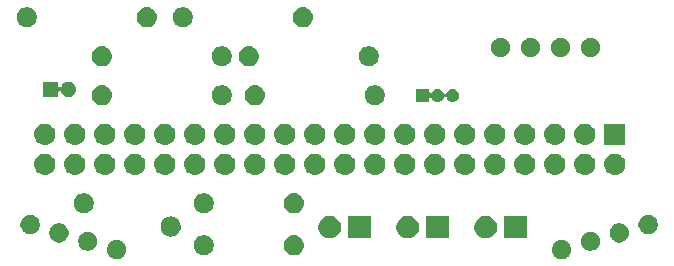
<source format=gbr>
G04 #@! TF.GenerationSoftware,KiCad,Pcbnew,(5.0.2)-1*
G04 #@! TF.CreationDate,2021-01-03T19:43:26+01:00*
G04 #@! TF.ProjectId,Radmesser,5261646d-6573-4736-9572-2e6b69636164,rev?*
G04 #@! TF.SameCoordinates,Original*
G04 #@! TF.FileFunction,Soldermask,Top*
G04 #@! TF.FilePolarity,Negative*
%FSLAX46Y46*%
G04 Gerber Fmt 4.6, Leading zero omitted, Abs format (unit mm)*
G04 Created by KiCad (PCBNEW (5.0.2)-1) date 03.01.2021 19:43:26*
%MOMM*%
%LPD*%
G01*
G04 APERTURE LIST*
%ADD10C,0.100000*%
G04 APERTURE END LIST*
D10*
G36*
X190305609Y-100915538D02*
X190305612Y-100915539D01*
X190305611Y-100915539D01*
X190454114Y-100977050D01*
X190587763Y-101066352D01*
X190701421Y-101180010D01*
X190790723Y-101313659D01*
X190820927Y-101386580D01*
X190852235Y-101462164D01*
X190883593Y-101619810D01*
X190883593Y-101780550D01*
X190852235Y-101938196D01*
X190852234Y-101938198D01*
X190790723Y-102086701D01*
X190701421Y-102220350D01*
X190587763Y-102334008D01*
X190454114Y-102423310D01*
X190331090Y-102474267D01*
X190305609Y-102484822D01*
X190147963Y-102516180D01*
X189987223Y-102516180D01*
X189829577Y-102484822D01*
X189804096Y-102474267D01*
X189681072Y-102423310D01*
X189547423Y-102334008D01*
X189433765Y-102220350D01*
X189344463Y-102086701D01*
X189282952Y-101938198D01*
X189282951Y-101938196D01*
X189251593Y-101780550D01*
X189251593Y-101619810D01*
X189282951Y-101462164D01*
X189314259Y-101386580D01*
X189344463Y-101313659D01*
X189433765Y-101180010D01*
X189547423Y-101066352D01*
X189681072Y-100977050D01*
X189829575Y-100915539D01*
X189829574Y-100915539D01*
X189829577Y-100915538D01*
X189987223Y-100884180D01*
X190147963Y-100884180D01*
X190305609Y-100915538D01*
X190305609Y-100915538D01*
G37*
G36*
X152630423Y-100915537D02*
X152640447Y-100919689D01*
X152778928Y-100977049D01*
X152912577Y-101066351D01*
X153026235Y-101180009D01*
X153115537Y-101313658D01*
X153163650Y-101429816D01*
X153177049Y-101462163D01*
X153208407Y-101619809D01*
X153208407Y-101780549D01*
X153177049Y-101938195D01*
X153177048Y-101938197D01*
X153115537Y-102086700D01*
X153026235Y-102220349D01*
X152912577Y-102334007D01*
X152778928Y-102423309D01*
X152655904Y-102474266D01*
X152630423Y-102484821D01*
X152472777Y-102516179D01*
X152312037Y-102516179D01*
X152154391Y-102484821D01*
X152128910Y-102474266D01*
X152005886Y-102423309D01*
X151872237Y-102334007D01*
X151758579Y-102220349D01*
X151669277Y-102086700D01*
X151607766Y-101938197D01*
X151607765Y-101938195D01*
X151576407Y-101780549D01*
X151576407Y-101619809D01*
X151607765Y-101462163D01*
X151621164Y-101429816D01*
X151669277Y-101313658D01*
X151758579Y-101180009D01*
X151872237Y-101066351D01*
X152005886Y-100977049D01*
X152144367Y-100919689D01*
X152154391Y-100915537D01*
X152312037Y-100884179D01*
X152472777Y-100884179D01*
X152630423Y-100915537D01*
X152630423Y-100915537D01*
G37*
G36*
X167552821Y-100507313D02*
X167552824Y-100507314D01*
X167552825Y-100507314D01*
X167713239Y-100555975D01*
X167713241Y-100555976D01*
X167713244Y-100555977D01*
X167861078Y-100634995D01*
X167990659Y-100741341D01*
X168097005Y-100870922D01*
X168176023Y-101018756D01*
X168176024Y-101018759D01*
X168176025Y-101018761D01*
X168205504Y-101115941D01*
X168224687Y-101179179D01*
X168241117Y-101346000D01*
X168224687Y-101512821D01*
X168224686Y-101512824D01*
X168224686Y-101512825D01*
X168192233Y-101619809D01*
X168176023Y-101673244D01*
X168097005Y-101821078D01*
X167990659Y-101950659D01*
X167861078Y-102057005D01*
X167713244Y-102136023D01*
X167713241Y-102136024D01*
X167713239Y-102136025D01*
X167552825Y-102184686D01*
X167552824Y-102184686D01*
X167552821Y-102184687D01*
X167427804Y-102197000D01*
X167344196Y-102197000D01*
X167219179Y-102184687D01*
X167219176Y-102184686D01*
X167219175Y-102184686D01*
X167058761Y-102136025D01*
X167058759Y-102136024D01*
X167058756Y-102136023D01*
X166910922Y-102057005D01*
X166781341Y-101950659D01*
X166674995Y-101821078D01*
X166595977Y-101673244D01*
X166579768Y-101619809D01*
X166547314Y-101512825D01*
X166547314Y-101512824D01*
X166547313Y-101512821D01*
X166530883Y-101346000D01*
X166547313Y-101179179D01*
X166566496Y-101115941D01*
X166595975Y-101018761D01*
X166595976Y-101018759D01*
X166595977Y-101018756D01*
X166674995Y-100870922D01*
X166781341Y-100741341D01*
X166910922Y-100634995D01*
X167058756Y-100555977D01*
X167058759Y-100555976D01*
X167058761Y-100555975D01*
X167219175Y-100507314D01*
X167219176Y-100507314D01*
X167219179Y-100507313D01*
X167344196Y-100495000D01*
X167427804Y-100495000D01*
X167552821Y-100507313D01*
X167552821Y-100507313D01*
G37*
G36*
X160014228Y-100527703D02*
X160169100Y-100591853D01*
X160308481Y-100684985D01*
X160427015Y-100803519D01*
X160520147Y-100942900D01*
X160584297Y-101097772D01*
X160617000Y-101262184D01*
X160617000Y-101429816D01*
X160584297Y-101594228D01*
X160520147Y-101749100D01*
X160427015Y-101888481D01*
X160308481Y-102007015D01*
X160169100Y-102100147D01*
X160014228Y-102164297D01*
X159849816Y-102197000D01*
X159682184Y-102197000D01*
X159517772Y-102164297D01*
X159362900Y-102100147D01*
X159223519Y-102007015D01*
X159104985Y-101888481D01*
X159011853Y-101749100D01*
X158947703Y-101594228D01*
X158915000Y-101429816D01*
X158915000Y-101262184D01*
X158947703Y-101097772D01*
X159011853Y-100942900D01*
X159104985Y-100803519D01*
X159223519Y-100684985D01*
X159362900Y-100591853D01*
X159517772Y-100527703D01*
X159682184Y-100495000D01*
X159849816Y-100495000D01*
X160014228Y-100527703D01*
X160014228Y-100527703D01*
G37*
G36*
X192747214Y-100215417D02*
X192757245Y-100219572D01*
X192895719Y-100276929D01*
X193029368Y-100366231D01*
X193143026Y-100479889D01*
X193232328Y-100613538D01*
X193283240Y-100736453D01*
X193293840Y-100762043D01*
X193325198Y-100919689D01*
X193325198Y-101080429D01*
X193293840Y-101238075D01*
X193293839Y-101238077D01*
X193232328Y-101386580D01*
X193143026Y-101520229D01*
X193029368Y-101633887D01*
X192895719Y-101723189D01*
X192772695Y-101774146D01*
X192747214Y-101784701D01*
X192589568Y-101816059D01*
X192428828Y-101816059D01*
X192271182Y-101784701D01*
X192245701Y-101774146D01*
X192122677Y-101723189D01*
X191989028Y-101633887D01*
X191875370Y-101520229D01*
X191786068Y-101386580D01*
X191724557Y-101238077D01*
X191724556Y-101238075D01*
X191693198Y-101080429D01*
X191693198Y-100919689D01*
X191724556Y-100762043D01*
X191735156Y-100736453D01*
X191786068Y-100613538D01*
X191875370Y-100479889D01*
X191989028Y-100366231D01*
X192122677Y-100276929D01*
X192261151Y-100219572D01*
X192271182Y-100215417D01*
X192428828Y-100184059D01*
X192589568Y-100184059D01*
X192747214Y-100215417D01*
X192747214Y-100215417D01*
G37*
G36*
X150188818Y-100215417D02*
X150198849Y-100219572D01*
X150337323Y-100276929D01*
X150470972Y-100366231D01*
X150584630Y-100479889D01*
X150673932Y-100613538D01*
X150724844Y-100736453D01*
X150735444Y-100762043D01*
X150766802Y-100919689D01*
X150766802Y-101080429D01*
X150735444Y-101238075D01*
X150735443Y-101238077D01*
X150673932Y-101386580D01*
X150584630Y-101520229D01*
X150470972Y-101633887D01*
X150337323Y-101723189D01*
X150214299Y-101774146D01*
X150188818Y-101784701D01*
X150031172Y-101816059D01*
X149870432Y-101816059D01*
X149712786Y-101784701D01*
X149687305Y-101774146D01*
X149564281Y-101723189D01*
X149430632Y-101633887D01*
X149316974Y-101520229D01*
X149227672Y-101386580D01*
X149166161Y-101238077D01*
X149166160Y-101238075D01*
X149134802Y-101080429D01*
X149134802Y-100919689D01*
X149166160Y-100762043D01*
X149176760Y-100736453D01*
X149227672Y-100613538D01*
X149316974Y-100479889D01*
X149430632Y-100366231D01*
X149564281Y-100276929D01*
X149702755Y-100219572D01*
X149712786Y-100215417D01*
X149870432Y-100184059D01*
X150031172Y-100184059D01*
X150188818Y-100215417D01*
X150188818Y-100215417D01*
G37*
G36*
X195188818Y-99515299D02*
X195188821Y-99515300D01*
X195188820Y-99515300D01*
X195337323Y-99576811D01*
X195470972Y-99666113D01*
X195584630Y-99779771D01*
X195673932Y-99913420D01*
X195724889Y-100036444D01*
X195735444Y-100061925D01*
X195766802Y-100219571D01*
X195766802Y-100380311D01*
X195735444Y-100537957D01*
X195726028Y-100560690D01*
X195673932Y-100686462D01*
X195584630Y-100820111D01*
X195470972Y-100933769D01*
X195337323Y-101023071D01*
X195214299Y-101074028D01*
X195188818Y-101084583D01*
X195031172Y-101115941D01*
X194870432Y-101115941D01*
X194712786Y-101084583D01*
X194687305Y-101074028D01*
X194564281Y-101023071D01*
X194430632Y-100933769D01*
X194316974Y-100820111D01*
X194227672Y-100686462D01*
X194175576Y-100560690D01*
X194166160Y-100537957D01*
X194134802Y-100380311D01*
X194134802Y-100219571D01*
X194166160Y-100061925D01*
X194176715Y-100036444D01*
X194227672Y-99913420D01*
X194316974Y-99779771D01*
X194430632Y-99666113D01*
X194564281Y-99576811D01*
X194712784Y-99515300D01*
X194712783Y-99515300D01*
X194712786Y-99515299D01*
X194870432Y-99483941D01*
X195031172Y-99483941D01*
X195188818Y-99515299D01*
X195188818Y-99515299D01*
G37*
G36*
X147747214Y-99515299D02*
X147747217Y-99515300D01*
X147747216Y-99515300D01*
X147895719Y-99576811D01*
X148029368Y-99666113D01*
X148143026Y-99779771D01*
X148232328Y-99913420D01*
X148283285Y-100036444D01*
X148293840Y-100061925D01*
X148325198Y-100219571D01*
X148325198Y-100380311D01*
X148293840Y-100537957D01*
X148284424Y-100560690D01*
X148232328Y-100686462D01*
X148143026Y-100820111D01*
X148029368Y-100933769D01*
X147895719Y-101023071D01*
X147772695Y-101074028D01*
X147747214Y-101084583D01*
X147589568Y-101115941D01*
X147428828Y-101115941D01*
X147271182Y-101084583D01*
X147245701Y-101074028D01*
X147122677Y-101023071D01*
X146989028Y-100933769D01*
X146875370Y-100820111D01*
X146786068Y-100686462D01*
X146733972Y-100560690D01*
X146724556Y-100537957D01*
X146693198Y-100380311D01*
X146693198Y-100219571D01*
X146724556Y-100061925D01*
X146735111Y-100036444D01*
X146786068Y-99913420D01*
X146875370Y-99779771D01*
X146989028Y-99666113D01*
X147122677Y-99576811D01*
X147271180Y-99515300D01*
X147271179Y-99515300D01*
X147271182Y-99515299D01*
X147428828Y-99483941D01*
X147589568Y-99483941D01*
X147747214Y-99515299D01*
X147747214Y-99515299D01*
G37*
G36*
X170711396Y-98907546D02*
X170884466Y-98979234D01*
X171040230Y-99083312D01*
X171172688Y-99215770D01*
X171276766Y-99371534D01*
X171348454Y-99544604D01*
X171385000Y-99728333D01*
X171385000Y-99915667D01*
X171348454Y-100099396D01*
X171276766Y-100272466D01*
X171172688Y-100428230D01*
X171040230Y-100560688D01*
X170884466Y-100664766D01*
X170711396Y-100736454D01*
X170527667Y-100773000D01*
X170340333Y-100773000D01*
X170156604Y-100736454D01*
X169983534Y-100664766D01*
X169827770Y-100560688D01*
X169695312Y-100428230D01*
X169591234Y-100272466D01*
X169519546Y-100099396D01*
X169483000Y-99915667D01*
X169483000Y-99728333D01*
X169519546Y-99544604D01*
X169591234Y-99371534D01*
X169695312Y-99215770D01*
X169827770Y-99083312D01*
X169983534Y-98979234D01*
X170156604Y-98907546D01*
X170340333Y-98871000D01*
X170527667Y-98871000D01*
X170711396Y-98907546D01*
X170711396Y-98907546D01*
G37*
G36*
X173925000Y-100773000D02*
X172023000Y-100773000D01*
X172023000Y-98871000D01*
X173925000Y-98871000D01*
X173925000Y-100773000D01*
X173925000Y-100773000D01*
G37*
G36*
X177315396Y-98907546D02*
X177488466Y-98979234D01*
X177644230Y-99083312D01*
X177776688Y-99215770D01*
X177880766Y-99371534D01*
X177952454Y-99544604D01*
X177989000Y-99728333D01*
X177989000Y-99915667D01*
X177952454Y-100099396D01*
X177880766Y-100272466D01*
X177776688Y-100428230D01*
X177644230Y-100560688D01*
X177488466Y-100664766D01*
X177315396Y-100736454D01*
X177131667Y-100773000D01*
X176944333Y-100773000D01*
X176760604Y-100736454D01*
X176587534Y-100664766D01*
X176431770Y-100560688D01*
X176299312Y-100428230D01*
X176195234Y-100272466D01*
X176123546Y-100099396D01*
X176087000Y-99915667D01*
X176087000Y-99728333D01*
X176123546Y-99544604D01*
X176195234Y-99371534D01*
X176299312Y-99215770D01*
X176431770Y-99083312D01*
X176587534Y-98979234D01*
X176760604Y-98907546D01*
X176944333Y-98871000D01*
X177131667Y-98871000D01*
X177315396Y-98907546D01*
X177315396Y-98907546D01*
G37*
G36*
X180529000Y-100773000D02*
X178627000Y-100773000D01*
X178627000Y-98871000D01*
X180529000Y-98871000D01*
X180529000Y-100773000D01*
X180529000Y-100773000D01*
G37*
G36*
X183919396Y-98907546D02*
X184092466Y-98979234D01*
X184248230Y-99083312D01*
X184380688Y-99215770D01*
X184484766Y-99371534D01*
X184556454Y-99544604D01*
X184593000Y-99728333D01*
X184593000Y-99915667D01*
X184556454Y-100099396D01*
X184484766Y-100272466D01*
X184380688Y-100428230D01*
X184248230Y-100560688D01*
X184092466Y-100664766D01*
X183919396Y-100736454D01*
X183735667Y-100773000D01*
X183548333Y-100773000D01*
X183364604Y-100736454D01*
X183191534Y-100664766D01*
X183035770Y-100560688D01*
X182903312Y-100428230D01*
X182799234Y-100272466D01*
X182727546Y-100099396D01*
X182691000Y-99915667D01*
X182691000Y-99728333D01*
X182727546Y-99544604D01*
X182799234Y-99371534D01*
X182903312Y-99215770D01*
X183035770Y-99083312D01*
X183191534Y-98979234D01*
X183364604Y-98907546D01*
X183548333Y-98871000D01*
X183735667Y-98871000D01*
X183919396Y-98907546D01*
X183919396Y-98907546D01*
G37*
G36*
X187133000Y-100773000D02*
X185231000Y-100773000D01*
X185231000Y-98871000D01*
X187133000Y-98871000D01*
X187133000Y-100773000D01*
X187133000Y-100773000D01*
G37*
G36*
X157133176Y-98923514D02*
X157133179Y-98923515D01*
X157133180Y-98923515D01*
X157293594Y-98972176D01*
X157293596Y-98972177D01*
X157293599Y-98972178D01*
X157441433Y-99051196D01*
X157571014Y-99157542D01*
X157677360Y-99287123D01*
X157756378Y-99434957D01*
X157756379Y-99434960D01*
X157756380Y-99434962D01*
X157789639Y-99544604D01*
X157805042Y-99595380D01*
X157821472Y-99762201D01*
X157805042Y-99929022D01*
X157805041Y-99929025D01*
X157805041Y-99929026D01*
X157764727Y-100061925D01*
X157756378Y-100089445D01*
X157677360Y-100237279D01*
X157571014Y-100366860D01*
X157441433Y-100473206D01*
X157293599Y-100552224D01*
X157293596Y-100552225D01*
X157293594Y-100552226D01*
X157133180Y-100600887D01*
X157133179Y-100600887D01*
X157133176Y-100600888D01*
X157008159Y-100613201D01*
X156924551Y-100613201D01*
X156799534Y-100600888D01*
X156799531Y-100600887D01*
X156799530Y-100600887D01*
X156639116Y-100552226D01*
X156639114Y-100552225D01*
X156639111Y-100552224D01*
X156491277Y-100473206D01*
X156361696Y-100366860D01*
X156255350Y-100237279D01*
X156176332Y-100089445D01*
X156167984Y-100061925D01*
X156127669Y-99929026D01*
X156127669Y-99929025D01*
X156127668Y-99929022D01*
X156111238Y-99762201D01*
X156127668Y-99595380D01*
X156143071Y-99544604D01*
X156176330Y-99434962D01*
X156176331Y-99434960D01*
X156176332Y-99434957D01*
X156255350Y-99287123D01*
X156361696Y-99157542D01*
X156491277Y-99051196D01*
X156639111Y-98972178D01*
X156639114Y-98972177D01*
X156639116Y-98972176D01*
X156799530Y-98923515D01*
X156799531Y-98923515D01*
X156799534Y-98923514D01*
X156924551Y-98911201D01*
X157008159Y-98911201D01*
X157133176Y-98923514D01*
X157133176Y-98923514D01*
G37*
G36*
X145305609Y-98815179D02*
X145305612Y-98815180D01*
X145305611Y-98815180D01*
X145454114Y-98876691D01*
X145587763Y-98965993D01*
X145701421Y-99079651D01*
X145790723Y-99213300D01*
X145791747Y-99215773D01*
X145852235Y-99361805D01*
X145883593Y-99519451D01*
X145883593Y-99680191D01*
X145852235Y-99837837D01*
X145852234Y-99837839D01*
X145790723Y-99986342D01*
X145701421Y-100119991D01*
X145587763Y-100233649D01*
X145454114Y-100322951D01*
X145331090Y-100373908D01*
X145305609Y-100384463D01*
X145147963Y-100415821D01*
X144987223Y-100415821D01*
X144829577Y-100384463D01*
X144804096Y-100373908D01*
X144681072Y-100322951D01*
X144547423Y-100233649D01*
X144433765Y-100119991D01*
X144344463Y-99986342D01*
X144282952Y-99837839D01*
X144282951Y-99837837D01*
X144251593Y-99680191D01*
X144251593Y-99519451D01*
X144282951Y-99361805D01*
X144343439Y-99215773D01*
X144344463Y-99213300D01*
X144433765Y-99079651D01*
X144547423Y-98965993D01*
X144681072Y-98876691D01*
X144829575Y-98815180D01*
X144829574Y-98815180D01*
X144829577Y-98815179D01*
X144987223Y-98783821D01*
X145147963Y-98783821D01*
X145305609Y-98815179D01*
X145305609Y-98815179D01*
G37*
G36*
X197630423Y-98815178D02*
X197655904Y-98825733D01*
X197778928Y-98876690D01*
X197912577Y-98965992D01*
X198026235Y-99079650D01*
X198115537Y-99213299D01*
X198146115Y-99287123D01*
X198177049Y-99361804D01*
X198208407Y-99519450D01*
X198208407Y-99680190D01*
X198177049Y-99837836D01*
X198177048Y-99837838D01*
X198115537Y-99986341D01*
X198026235Y-100119990D01*
X197912577Y-100233648D01*
X197778928Y-100322950D01*
X197672918Y-100366860D01*
X197630423Y-100384462D01*
X197472777Y-100415820D01*
X197312037Y-100415820D01*
X197154391Y-100384462D01*
X197111896Y-100366860D01*
X197005886Y-100322950D01*
X196872237Y-100233648D01*
X196758579Y-100119990D01*
X196669277Y-99986341D01*
X196607766Y-99837838D01*
X196607765Y-99837836D01*
X196576407Y-99680190D01*
X196576407Y-99519450D01*
X196607765Y-99361804D01*
X196638699Y-99287123D01*
X196669277Y-99213299D01*
X196758579Y-99079650D01*
X196872237Y-98965992D01*
X197005886Y-98876690D01*
X197128910Y-98825733D01*
X197154391Y-98815178D01*
X197312037Y-98783820D01*
X197472777Y-98783820D01*
X197630423Y-98815178D01*
X197630423Y-98815178D01*
G37*
G36*
X160014228Y-96971703D02*
X160169100Y-97035853D01*
X160308481Y-97128985D01*
X160427015Y-97247519D01*
X160520147Y-97386900D01*
X160584297Y-97541772D01*
X160617000Y-97706184D01*
X160617000Y-97873816D01*
X160584297Y-98038228D01*
X160520147Y-98193100D01*
X160427015Y-98332481D01*
X160308481Y-98451015D01*
X160169100Y-98544147D01*
X160014228Y-98608297D01*
X159849816Y-98641000D01*
X159682184Y-98641000D01*
X159517772Y-98608297D01*
X159362900Y-98544147D01*
X159223519Y-98451015D01*
X159104985Y-98332481D01*
X159011853Y-98193100D01*
X158947703Y-98038228D01*
X158915000Y-97873816D01*
X158915000Y-97706184D01*
X158947703Y-97541772D01*
X159011853Y-97386900D01*
X159104985Y-97247519D01*
X159223519Y-97128985D01*
X159362900Y-97035853D01*
X159517772Y-96971703D01*
X159682184Y-96939000D01*
X159849816Y-96939000D01*
X160014228Y-96971703D01*
X160014228Y-96971703D01*
G37*
G36*
X149854228Y-96971703D02*
X150009100Y-97035853D01*
X150148481Y-97128985D01*
X150267015Y-97247519D01*
X150360147Y-97386900D01*
X150424297Y-97541772D01*
X150457000Y-97706184D01*
X150457000Y-97873816D01*
X150424297Y-98038228D01*
X150360147Y-98193100D01*
X150267015Y-98332481D01*
X150148481Y-98451015D01*
X150009100Y-98544147D01*
X149854228Y-98608297D01*
X149689816Y-98641000D01*
X149522184Y-98641000D01*
X149357772Y-98608297D01*
X149202900Y-98544147D01*
X149063519Y-98451015D01*
X148944985Y-98332481D01*
X148851853Y-98193100D01*
X148787703Y-98038228D01*
X148755000Y-97873816D01*
X148755000Y-97706184D01*
X148787703Y-97541772D01*
X148851853Y-97386900D01*
X148944985Y-97247519D01*
X149063519Y-97128985D01*
X149202900Y-97035853D01*
X149357772Y-96971703D01*
X149522184Y-96939000D01*
X149689816Y-96939000D01*
X149854228Y-96971703D01*
X149854228Y-96971703D01*
G37*
G36*
X167552821Y-96951313D02*
X167552824Y-96951314D01*
X167552825Y-96951314D01*
X167713239Y-96999975D01*
X167713241Y-96999976D01*
X167713244Y-96999977D01*
X167861078Y-97078995D01*
X167990659Y-97185341D01*
X168097005Y-97314922D01*
X168176023Y-97462756D01*
X168176024Y-97462759D01*
X168176025Y-97462761D01*
X168224686Y-97623175D01*
X168224687Y-97623179D01*
X168241117Y-97790000D01*
X168224687Y-97956821D01*
X168224686Y-97956824D01*
X168224686Y-97956825D01*
X168199993Y-98038228D01*
X168176023Y-98117244D01*
X168097005Y-98265078D01*
X167990659Y-98394659D01*
X167861078Y-98501005D01*
X167713244Y-98580023D01*
X167713241Y-98580024D01*
X167713239Y-98580025D01*
X167552825Y-98628686D01*
X167552824Y-98628686D01*
X167552821Y-98628687D01*
X167427804Y-98641000D01*
X167344196Y-98641000D01*
X167219179Y-98628687D01*
X167219176Y-98628686D01*
X167219175Y-98628686D01*
X167058761Y-98580025D01*
X167058759Y-98580024D01*
X167058756Y-98580023D01*
X166910922Y-98501005D01*
X166781341Y-98394659D01*
X166674995Y-98265078D01*
X166595977Y-98117244D01*
X166572008Y-98038228D01*
X166547314Y-97956825D01*
X166547314Y-97956824D01*
X166547313Y-97956821D01*
X166530883Y-97790000D01*
X166547313Y-97623179D01*
X166547314Y-97623175D01*
X166595975Y-97462761D01*
X166595976Y-97462759D01*
X166595977Y-97462756D01*
X166674995Y-97314922D01*
X166781341Y-97185341D01*
X166910922Y-97078995D01*
X167058756Y-96999977D01*
X167058759Y-96999976D01*
X167058761Y-96999975D01*
X167219175Y-96951314D01*
X167219176Y-96951314D01*
X167219179Y-96951313D01*
X167344196Y-96939000D01*
X167427804Y-96939000D01*
X167552821Y-96951313D01*
X167552821Y-96951313D01*
G37*
G36*
X184514442Y-93593518D02*
X184580627Y-93600037D01*
X184693853Y-93634384D01*
X184750467Y-93651557D01*
X184889087Y-93725652D01*
X184906991Y-93735222D01*
X184942729Y-93764552D01*
X185044186Y-93847814D01*
X185127448Y-93949271D01*
X185156778Y-93985009D01*
X185156779Y-93985011D01*
X185240443Y-94141533D01*
X185240443Y-94141534D01*
X185291963Y-94311373D01*
X185309359Y-94488000D01*
X185291963Y-94664627D01*
X185257616Y-94777853D01*
X185240443Y-94834467D01*
X185166348Y-94973087D01*
X185156778Y-94990991D01*
X185127448Y-95026729D01*
X185044186Y-95128186D01*
X184942729Y-95211448D01*
X184906991Y-95240778D01*
X184906989Y-95240779D01*
X184750467Y-95324443D01*
X184693853Y-95341616D01*
X184580627Y-95375963D01*
X184514443Y-95382481D01*
X184448260Y-95389000D01*
X184359740Y-95389000D01*
X184293557Y-95382481D01*
X184227373Y-95375963D01*
X184114147Y-95341616D01*
X184057533Y-95324443D01*
X183901011Y-95240779D01*
X183901009Y-95240778D01*
X183865271Y-95211448D01*
X183763814Y-95128186D01*
X183680552Y-95026729D01*
X183651222Y-94990991D01*
X183641652Y-94973087D01*
X183567557Y-94834467D01*
X183550384Y-94777853D01*
X183516037Y-94664627D01*
X183498641Y-94488000D01*
X183516037Y-94311373D01*
X183567557Y-94141534D01*
X183567557Y-94141533D01*
X183651221Y-93985011D01*
X183651222Y-93985009D01*
X183680552Y-93949271D01*
X183763814Y-93847814D01*
X183865271Y-93764552D01*
X183901009Y-93735222D01*
X183918913Y-93725652D01*
X184057533Y-93651557D01*
X184114147Y-93634384D01*
X184227373Y-93600037D01*
X184293557Y-93593519D01*
X184359740Y-93587000D01*
X184448260Y-93587000D01*
X184514442Y-93593518D01*
X184514442Y-93593518D01*
G37*
G36*
X189594442Y-93593518D02*
X189660627Y-93600037D01*
X189773853Y-93634384D01*
X189830467Y-93651557D01*
X189969087Y-93725652D01*
X189986991Y-93735222D01*
X190022729Y-93764552D01*
X190124186Y-93847814D01*
X190207448Y-93949271D01*
X190236778Y-93985009D01*
X190236779Y-93985011D01*
X190320443Y-94141533D01*
X190320443Y-94141534D01*
X190371963Y-94311373D01*
X190389359Y-94488000D01*
X190371963Y-94664627D01*
X190337616Y-94777853D01*
X190320443Y-94834467D01*
X190246348Y-94973087D01*
X190236778Y-94990991D01*
X190207448Y-95026729D01*
X190124186Y-95128186D01*
X190022729Y-95211448D01*
X189986991Y-95240778D01*
X189986989Y-95240779D01*
X189830467Y-95324443D01*
X189773853Y-95341616D01*
X189660627Y-95375963D01*
X189594443Y-95382481D01*
X189528260Y-95389000D01*
X189439740Y-95389000D01*
X189373557Y-95382481D01*
X189307373Y-95375963D01*
X189194147Y-95341616D01*
X189137533Y-95324443D01*
X188981011Y-95240779D01*
X188981009Y-95240778D01*
X188945271Y-95211448D01*
X188843814Y-95128186D01*
X188760552Y-95026729D01*
X188731222Y-94990991D01*
X188721652Y-94973087D01*
X188647557Y-94834467D01*
X188630384Y-94777853D01*
X188596037Y-94664627D01*
X188578641Y-94488000D01*
X188596037Y-94311373D01*
X188647557Y-94141534D01*
X188647557Y-94141533D01*
X188731221Y-93985011D01*
X188731222Y-93985009D01*
X188760552Y-93949271D01*
X188843814Y-93847814D01*
X188945271Y-93764552D01*
X188981009Y-93735222D01*
X188998913Y-93725652D01*
X189137533Y-93651557D01*
X189194147Y-93634384D01*
X189307373Y-93600037D01*
X189373557Y-93593519D01*
X189439740Y-93587000D01*
X189528260Y-93587000D01*
X189594442Y-93593518D01*
X189594442Y-93593518D01*
G37*
G36*
X192134442Y-93593518D02*
X192200627Y-93600037D01*
X192313853Y-93634384D01*
X192370467Y-93651557D01*
X192509087Y-93725652D01*
X192526991Y-93735222D01*
X192562729Y-93764552D01*
X192664186Y-93847814D01*
X192747448Y-93949271D01*
X192776778Y-93985009D01*
X192776779Y-93985011D01*
X192860443Y-94141533D01*
X192860443Y-94141534D01*
X192911963Y-94311373D01*
X192929359Y-94488000D01*
X192911963Y-94664627D01*
X192877616Y-94777853D01*
X192860443Y-94834467D01*
X192786348Y-94973087D01*
X192776778Y-94990991D01*
X192747448Y-95026729D01*
X192664186Y-95128186D01*
X192562729Y-95211448D01*
X192526991Y-95240778D01*
X192526989Y-95240779D01*
X192370467Y-95324443D01*
X192313853Y-95341616D01*
X192200627Y-95375963D01*
X192134443Y-95382481D01*
X192068260Y-95389000D01*
X191979740Y-95389000D01*
X191913557Y-95382481D01*
X191847373Y-95375963D01*
X191734147Y-95341616D01*
X191677533Y-95324443D01*
X191521011Y-95240779D01*
X191521009Y-95240778D01*
X191485271Y-95211448D01*
X191383814Y-95128186D01*
X191300552Y-95026729D01*
X191271222Y-94990991D01*
X191261652Y-94973087D01*
X191187557Y-94834467D01*
X191170384Y-94777853D01*
X191136037Y-94664627D01*
X191118641Y-94488000D01*
X191136037Y-94311373D01*
X191187557Y-94141534D01*
X191187557Y-94141533D01*
X191271221Y-93985011D01*
X191271222Y-93985009D01*
X191300552Y-93949271D01*
X191383814Y-93847814D01*
X191485271Y-93764552D01*
X191521009Y-93735222D01*
X191538913Y-93725652D01*
X191677533Y-93651557D01*
X191734147Y-93634384D01*
X191847373Y-93600037D01*
X191913557Y-93593519D01*
X191979740Y-93587000D01*
X192068260Y-93587000D01*
X192134442Y-93593518D01*
X192134442Y-93593518D01*
G37*
G36*
X194674442Y-93593518D02*
X194740627Y-93600037D01*
X194853853Y-93634384D01*
X194910467Y-93651557D01*
X195049087Y-93725652D01*
X195066991Y-93735222D01*
X195102729Y-93764552D01*
X195204186Y-93847814D01*
X195287448Y-93949271D01*
X195316778Y-93985009D01*
X195316779Y-93985011D01*
X195400443Y-94141533D01*
X195400443Y-94141534D01*
X195451963Y-94311373D01*
X195469359Y-94488000D01*
X195451963Y-94664627D01*
X195417616Y-94777853D01*
X195400443Y-94834467D01*
X195326348Y-94973087D01*
X195316778Y-94990991D01*
X195287448Y-95026729D01*
X195204186Y-95128186D01*
X195102729Y-95211448D01*
X195066991Y-95240778D01*
X195066989Y-95240779D01*
X194910467Y-95324443D01*
X194853853Y-95341616D01*
X194740627Y-95375963D01*
X194674443Y-95382481D01*
X194608260Y-95389000D01*
X194519740Y-95389000D01*
X194453557Y-95382481D01*
X194387373Y-95375963D01*
X194274147Y-95341616D01*
X194217533Y-95324443D01*
X194061011Y-95240779D01*
X194061009Y-95240778D01*
X194025271Y-95211448D01*
X193923814Y-95128186D01*
X193840552Y-95026729D01*
X193811222Y-94990991D01*
X193801652Y-94973087D01*
X193727557Y-94834467D01*
X193710384Y-94777853D01*
X193676037Y-94664627D01*
X193658641Y-94488000D01*
X193676037Y-94311373D01*
X193727557Y-94141534D01*
X193727557Y-94141533D01*
X193811221Y-93985011D01*
X193811222Y-93985009D01*
X193840552Y-93949271D01*
X193923814Y-93847814D01*
X194025271Y-93764552D01*
X194061009Y-93735222D01*
X194078913Y-93725652D01*
X194217533Y-93651557D01*
X194274147Y-93634384D01*
X194387373Y-93600037D01*
X194453557Y-93593519D01*
X194519740Y-93587000D01*
X194608260Y-93587000D01*
X194674442Y-93593518D01*
X194674442Y-93593518D01*
G37*
G36*
X156574442Y-93593518D02*
X156640627Y-93600037D01*
X156753853Y-93634384D01*
X156810467Y-93651557D01*
X156949087Y-93725652D01*
X156966991Y-93735222D01*
X157002729Y-93764552D01*
X157104186Y-93847814D01*
X157187448Y-93949271D01*
X157216778Y-93985009D01*
X157216779Y-93985011D01*
X157300443Y-94141533D01*
X157300443Y-94141534D01*
X157351963Y-94311373D01*
X157369359Y-94488000D01*
X157351963Y-94664627D01*
X157317616Y-94777853D01*
X157300443Y-94834467D01*
X157226348Y-94973087D01*
X157216778Y-94990991D01*
X157187448Y-95026729D01*
X157104186Y-95128186D01*
X157002729Y-95211448D01*
X156966991Y-95240778D01*
X156966989Y-95240779D01*
X156810467Y-95324443D01*
X156753853Y-95341616D01*
X156640627Y-95375963D01*
X156574443Y-95382481D01*
X156508260Y-95389000D01*
X156419740Y-95389000D01*
X156353557Y-95382481D01*
X156287373Y-95375963D01*
X156174147Y-95341616D01*
X156117533Y-95324443D01*
X155961011Y-95240779D01*
X155961009Y-95240778D01*
X155925271Y-95211448D01*
X155823814Y-95128186D01*
X155740552Y-95026729D01*
X155711222Y-94990991D01*
X155701652Y-94973087D01*
X155627557Y-94834467D01*
X155610384Y-94777853D01*
X155576037Y-94664627D01*
X155558641Y-94488000D01*
X155576037Y-94311373D01*
X155627557Y-94141534D01*
X155627557Y-94141533D01*
X155711221Y-93985011D01*
X155711222Y-93985009D01*
X155740552Y-93949271D01*
X155823814Y-93847814D01*
X155925271Y-93764552D01*
X155961009Y-93735222D01*
X155978913Y-93725652D01*
X156117533Y-93651557D01*
X156174147Y-93634384D01*
X156287373Y-93600037D01*
X156353557Y-93593519D01*
X156419740Y-93587000D01*
X156508260Y-93587000D01*
X156574442Y-93593518D01*
X156574442Y-93593518D01*
G37*
G36*
X159114442Y-93593518D02*
X159180627Y-93600037D01*
X159293853Y-93634384D01*
X159350467Y-93651557D01*
X159489087Y-93725652D01*
X159506991Y-93735222D01*
X159542729Y-93764552D01*
X159644186Y-93847814D01*
X159727448Y-93949271D01*
X159756778Y-93985009D01*
X159756779Y-93985011D01*
X159840443Y-94141533D01*
X159840443Y-94141534D01*
X159891963Y-94311373D01*
X159909359Y-94488000D01*
X159891963Y-94664627D01*
X159857616Y-94777853D01*
X159840443Y-94834467D01*
X159766348Y-94973087D01*
X159756778Y-94990991D01*
X159727448Y-95026729D01*
X159644186Y-95128186D01*
X159542729Y-95211448D01*
X159506991Y-95240778D01*
X159506989Y-95240779D01*
X159350467Y-95324443D01*
X159293853Y-95341616D01*
X159180627Y-95375963D01*
X159114443Y-95382481D01*
X159048260Y-95389000D01*
X158959740Y-95389000D01*
X158893557Y-95382481D01*
X158827373Y-95375963D01*
X158714147Y-95341616D01*
X158657533Y-95324443D01*
X158501011Y-95240779D01*
X158501009Y-95240778D01*
X158465271Y-95211448D01*
X158363814Y-95128186D01*
X158280552Y-95026729D01*
X158251222Y-94990991D01*
X158241652Y-94973087D01*
X158167557Y-94834467D01*
X158150384Y-94777853D01*
X158116037Y-94664627D01*
X158098641Y-94488000D01*
X158116037Y-94311373D01*
X158167557Y-94141534D01*
X158167557Y-94141533D01*
X158251221Y-93985011D01*
X158251222Y-93985009D01*
X158280552Y-93949271D01*
X158363814Y-93847814D01*
X158465271Y-93764552D01*
X158501009Y-93735222D01*
X158518913Y-93725652D01*
X158657533Y-93651557D01*
X158714147Y-93634384D01*
X158827373Y-93600037D01*
X158893557Y-93593519D01*
X158959740Y-93587000D01*
X159048260Y-93587000D01*
X159114442Y-93593518D01*
X159114442Y-93593518D01*
G37*
G36*
X161654442Y-93593518D02*
X161720627Y-93600037D01*
X161833853Y-93634384D01*
X161890467Y-93651557D01*
X162029087Y-93725652D01*
X162046991Y-93735222D01*
X162082729Y-93764552D01*
X162184186Y-93847814D01*
X162267448Y-93949271D01*
X162296778Y-93985009D01*
X162296779Y-93985011D01*
X162380443Y-94141533D01*
X162380443Y-94141534D01*
X162431963Y-94311373D01*
X162449359Y-94488000D01*
X162431963Y-94664627D01*
X162397616Y-94777853D01*
X162380443Y-94834467D01*
X162306348Y-94973087D01*
X162296778Y-94990991D01*
X162267448Y-95026729D01*
X162184186Y-95128186D01*
X162082729Y-95211448D01*
X162046991Y-95240778D01*
X162046989Y-95240779D01*
X161890467Y-95324443D01*
X161833853Y-95341616D01*
X161720627Y-95375963D01*
X161654443Y-95382481D01*
X161588260Y-95389000D01*
X161499740Y-95389000D01*
X161433557Y-95382481D01*
X161367373Y-95375963D01*
X161254147Y-95341616D01*
X161197533Y-95324443D01*
X161041011Y-95240779D01*
X161041009Y-95240778D01*
X161005271Y-95211448D01*
X160903814Y-95128186D01*
X160820552Y-95026729D01*
X160791222Y-94990991D01*
X160781652Y-94973087D01*
X160707557Y-94834467D01*
X160690384Y-94777853D01*
X160656037Y-94664627D01*
X160638641Y-94488000D01*
X160656037Y-94311373D01*
X160707557Y-94141534D01*
X160707557Y-94141533D01*
X160791221Y-93985011D01*
X160791222Y-93985009D01*
X160820552Y-93949271D01*
X160903814Y-93847814D01*
X161005271Y-93764552D01*
X161041009Y-93735222D01*
X161058913Y-93725652D01*
X161197533Y-93651557D01*
X161254147Y-93634384D01*
X161367373Y-93600037D01*
X161433557Y-93593519D01*
X161499740Y-93587000D01*
X161588260Y-93587000D01*
X161654442Y-93593518D01*
X161654442Y-93593518D01*
G37*
G36*
X164194442Y-93593518D02*
X164260627Y-93600037D01*
X164373853Y-93634384D01*
X164430467Y-93651557D01*
X164569087Y-93725652D01*
X164586991Y-93735222D01*
X164622729Y-93764552D01*
X164724186Y-93847814D01*
X164807448Y-93949271D01*
X164836778Y-93985009D01*
X164836779Y-93985011D01*
X164920443Y-94141533D01*
X164920443Y-94141534D01*
X164971963Y-94311373D01*
X164989359Y-94488000D01*
X164971963Y-94664627D01*
X164937616Y-94777853D01*
X164920443Y-94834467D01*
X164846348Y-94973087D01*
X164836778Y-94990991D01*
X164807448Y-95026729D01*
X164724186Y-95128186D01*
X164622729Y-95211448D01*
X164586991Y-95240778D01*
X164586989Y-95240779D01*
X164430467Y-95324443D01*
X164373853Y-95341616D01*
X164260627Y-95375963D01*
X164194443Y-95382481D01*
X164128260Y-95389000D01*
X164039740Y-95389000D01*
X163973557Y-95382481D01*
X163907373Y-95375963D01*
X163794147Y-95341616D01*
X163737533Y-95324443D01*
X163581011Y-95240779D01*
X163581009Y-95240778D01*
X163545271Y-95211448D01*
X163443814Y-95128186D01*
X163360552Y-95026729D01*
X163331222Y-94990991D01*
X163321652Y-94973087D01*
X163247557Y-94834467D01*
X163230384Y-94777853D01*
X163196037Y-94664627D01*
X163178641Y-94488000D01*
X163196037Y-94311373D01*
X163247557Y-94141534D01*
X163247557Y-94141533D01*
X163331221Y-93985011D01*
X163331222Y-93985009D01*
X163360552Y-93949271D01*
X163443814Y-93847814D01*
X163545271Y-93764552D01*
X163581009Y-93735222D01*
X163598913Y-93725652D01*
X163737533Y-93651557D01*
X163794147Y-93634384D01*
X163907373Y-93600037D01*
X163973557Y-93593519D01*
X164039740Y-93587000D01*
X164128260Y-93587000D01*
X164194442Y-93593518D01*
X164194442Y-93593518D01*
G37*
G36*
X166734442Y-93593518D02*
X166800627Y-93600037D01*
X166913853Y-93634384D01*
X166970467Y-93651557D01*
X167109087Y-93725652D01*
X167126991Y-93735222D01*
X167162729Y-93764552D01*
X167264186Y-93847814D01*
X167347448Y-93949271D01*
X167376778Y-93985009D01*
X167376779Y-93985011D01*
X167460443Y-94141533D01*
X167460443Y-94141534D01*
X167511963Y-94311373D01*
X167529359Y-94488000D01*
X167511963Y-94664627D01*
X167477616Y-94777853D01*
X167460443Y-94834467D01*
X167386348Y-94973087D01*
X167376778Y-94990991D01*
X167347448Y-95026729D01*
X167264186Y-95128186D01*
X167162729Y-95211448D01*
X167126991Y-95240778D01*
X167126989Y-95240779D01*
X166970467Y-95324443D01*
X166913853Y-95341616D01*
X166800627Y-95375963D01*
X166734443Y-95382481D01*
X166668260Y-95389000D01*
X166579740Y-95389000D01*
X166513557Y-95382481D01*
X166447373Y-95375963D01*
X166334147Y-95341616D01*
X166277533Y-95324443D01*
X166121011Y-95240779D01*
X166121009Y-95240778D01*
X166085271Y-95211448D01*
X165983814Y-95128186D01*
X165900552Y-95026729D01*
X165871222Y-94990991D01*
X165861652Y-94973087D01*
X165787557Y-94834467D01*
X165770384Y-94777853D01*
X165736037Y-94664627D01*
X165718641Y-94488000D01*
X165736037Y-94311373D01*
X165787557Y-94141534D01*
X165787557Y-94141533D01*
X165871221Y-93985011D01*
X165871222Y-93985009D01*
X165900552Y-93949271D01*
X165983814Y-93847814D01*
X166085271Y-93764552D01*
X166121009Y-93735222D01*
X166138913Y-93725652D01*
X166277533Y-93651557D01*
X166334147Y-93634384D01*
X166447373Y-93600037D01*
X166513557Y-93593519D01*
X166579740Y-93587000D01*
X166668260Y-93587000D01*
X166734442Y-93593518D01*
X166734442Y-93593518D01*
G37*
G36*
X169274442Y-93593518D02*
X169340627Y-93600037D01*
X169453853Y-93634384D01*
X169510467Y-93651557D01*
X169649087Y-93725652D01*
X169666991Y-93735222D01*
X169702729Y-93764552D01*
X169804186Y-93847814D01*
X169887448Y-93949271D01*
X169916778Y-93985009D01*
X169916779Y-93985011D01*
X170000443Y-94141533D01*
X170000443Y-94141534D01*
X170051963Y-94311373D01*
X170069359Y-94488000D01*
X170051963Y-94664627D01*
X170017616Y-94777853D01*
X170000443Y-94834467D01*
X169926348Y-94973087D01*
X169916778Y-94990991D01*
X169887448Y-95026729D01*
X169804186Y-95128186D01*
X169702729Y-95211448D01*
X169666991Y-95240778D01*
X169666989Y-95240779D01*
X169510467Y-95324443D01*
X169453853Y-95341616D01*
X169340627Y-95375963D01*
X169274443Y-95382481D01*
X169208260Y-95389000D01*
X169119740Y-95389000D01*
X169053557Y-95382481D01*
X168987373Y-95375963D01*
X168874147Y-95341616D01*
X168817533Y-95324443D01*
X168661011Y-95240779D01*
X168661009Y-95240778D01*
X168625271Y-95211448D01*
X168523814Y-95128186D01*
X168440552Y-95026729D01*
X168411222Y-94990991D01*
X168401652Y-94973087D01*
X168327557Y-94834467D01*
X168310384Y-94777853D01*
X168276037Y-94664627D01*
X168258641Y-94488000D01*
X168276037Y-94311373D01*
X168327557Y-94141534D01*
X168327557Y-94141533D01*
X168411221Y-93985011D01*
X168411222Y-93985009D01*
X168440552Y-93949271D01*
X168523814Y-93847814D01*
X168625271Y-93764552D01*
X168661009Y-93735222D01*
X168678913Y-93725652D01*
X168817533Y-93651557D01*
X168874147Y-93634384D01*
X168987373Y-93600037D01*
X169053557Y-93593519D01*
X169119740Y-93587000D01*
X169208260Y-93587000D01*
X169274442Y-93593518D01*
X169274442Y-93593518D01*
G37*
G36*
X174354442Y-93593518D02*
X174420627Y-93600037D01*
X174533853Y-93634384D01*
X174590467Y-93651557D01*
X174729087Y-93725652D01*
X174746991Y-93735222D01*
X174782729Y-93764552D01*
X174884186Y-93847814D01*
X174967448Y-93949271D01*
X174996778Y-93985009D01*
X174996779Y-93985011D01*
X175080443Y-94141533D01*
X175080443Y-94141534D01*
X175131963Y-94311373D01*
X175149359Y-94488000D01*
X175131963Y-94664627D01*
X175097616Y-94777853D01*
X175080443Y-94834467D01*
X175006348Y-94973087D01*
X174996778Y-94990991D01*
X174967448Y-95026729D01*
X174884186Y-95128186D01*
X174782729Y-95211448D01*
X174746991Y-95240778D01*
X174746989Y-95240779D01*
X174590467Y-95324443D01*
X174533853Y-95341616D01*
X174420627Y-95375963D01*
X174354443Y-95382481D01*
X174288260Y-95389000D01*
X174199740Y-95389000D01*
X174133557Y-95382481D01*
X174067373Y-95375963D01*
X173954147Y-95341616D01*
X173897533Y-95324443D01*
X173741011Y-95240779D01*
X173741009Y-95240778D01*
X173705271Y-95211448D01*
X173603814Y-95128186D01*
X173520552Y-95026729D01*
X173491222Y-94990991D01*
X173481652Y-94973087D01*
X173407557Y-94834467D01*
X173390384Y-94777853D01*
X173356037Y-94664627D01*
X173338641Y-94488000D01*
X173356037Y-94311373D01*
X173407557Y-94141534D01*
X173407557Y-94141533D01*
X173491221Y-93985011D01*
X173491222Y-93985009D01*
X173520552Y-93949271D01*
X173603814Y-93847814D01*
X173705271Y-93764552D01*
X173741009Y-93735222D01*
X173758913Y-93725652D01*
X173897533Y-93651557D01*
X173954147Y-93634384D01*
X174067373Y-93600037D01*
X174133557Y-93593519D01*
X174199740Y-93587000D01*
X174288260Y-93587000D01*
X174354442Y-93593518D01*
X174354442Y-93593518D01*
G37*
G36*
X176894442Y-93593518D02*
X176960627Y-93600037D01*
X177073853Y-93634384D01*
X177130467Y-93651557D01*
X177269087Y-93725652D01*
X177286991Y-93735222D01*
X177322729Y-93764552D01*
X177424186Y-93847814D01*
X177507448Y-93949271D01*
X177536778Y-93985009D01*
X177536779Y-93985011D01*
X177620443Y-94141533D01*
X177620443Y-94141534D01*
X177671963Y-94311373D01*
X177689359Y-94488000D01*
X177671963Y-94664627D01*
X177637616Y-94777853D01*
X177620443Y-94834467D01*
X177546348Y-94973087D01*
X177536778Y-94990991D01*
X177507448Y-95026729D01*
X177424186Y-95128186D01*
X177322729Y-95211448D01*
X177286991Y-95240778D01*
X177286989Y-95240779D01*
X177130467Y-95324443D01*
X177073853Y-95341616D01*
X176960627Y-95375963D01*
X176894443Y-95382481D01*
X176828260Y-95389000D01*
X176739740Y-95389000D01*
X176673557Y-95382481D01*
X176607373Y-95375963D01*
X176494147Y-95341616D01*
X176437533Y-95324443D01*
X176281011Y-95240779D01*
X176281009Y-95240778D01*
X176245271Y-95211448D01*
X176143814Y-95128186D01*
X176060552Y-95026729D01*
X176031222Y-94990991D01*
X176021652Y-94973087D01*
X175947557Y-94834467D01*
X175930384Y-94777853D01*
X175896037Y-94664627D01*
X175878641Y-94488000D01*
X175896037Y-94311373D01*
X175947557Y-94141534D01*
X175947557Y-94141533D01*
X176031221Y-93985011D01*
X176031222Y-93985009D01*
X176060552Y-93949271D01*
X176143814Y-93847814D01*
X176245271Y-93764552D01*
X176281009Y-93735222D01*
X176298913Y-93725652D01*
X176437533Y-93651557D01*
X176494147Y-93634384D01*
X176607373Y-93600037D01*
X176673557Y-93593519D01*
X176739740Y-93587000D01*
X176828260Y-93587000D01*
X176894442Y-93593518D01*
X176894442Y-93593518D01*
G37*
G36*
X179434442Y-93593518D02*
X179500627Y-93600037D01*
X179613853Y-93634384D01*
X179670467Y-93651557D01*
X179809087Y-93725652D01*
X179826991Y-93735222D01*
X179862729Y-93764552D01*
X179964186Y-93847814D01*
X180047448Y-93949271D01*
X180076778Y-93985009D01*
X180076779Y-93985011D01*
X180160443Y-94141533D01*
X180160443Y-94141534D01*
X180211963Y-94311373D01*
X180229359Y-94488000D01*
X180211963Y-94664627D01*
X180177616Y-94777853D01*
X180160443Y-94834467D01*
X180086348Y-94973087D01*
X180076778Y-94990991D01*
X180047448Y-95026729D01*
X179964186Y-95128186D01*
X179862729Y-95211448D01*
X179826991Y-95240778D01*
X179826989Y-95240779D01*
X179670467Y-95324443D01*
X179613853Y-95341616D01*
X179500627Y-95375963D01*
X179434443Y-95382481D01*
X179368260Y-95389000D01*
X179279740Y-95389000D01*
X179213557Y-95382481D01*
X179147373Y-95375963D01*
X179034147Y-95341616D01*
X178977533Y-95324443D01*
X178821011Y-95240779D01*
X178821009Y-95240778D01*
X178785271Y-95211448D01*
X178683814Y-95128186D01*
X178600552Y-95026729D01*
X178571222Y-94990991D01*
X178561652Y-94973087D01*
X178487557Y-94834467D01*
X178470384Y-94777853D01*
X178436037Y-94664627D01*
X178418641Y-94488000D01*
X178436037Y-94311373D01*
X178487557Y-94141534D01*
X178487557Y-94141533D01*
X178571221Y-93985011D01*
X178571222Y-93985009D01*
X178600552Y-93949271D01*
X178683814Y-93847814D01*
X178785271Y-93764552D01*
X178821009Y-93735222D01*
X178838913Y-93725652D01*
X178977533Y-93651557D01*
X179034147Y-93634384D01*
X179147373Y-93600037D01*
X179213557Y-93593519D01*
X179279740Y-93587000D01*
X179368260Y-93587000D01*
X179434442Y-93593518D01*
X179434442Y-93593518D01*
G37*
G36*
X181974442Y-93593518D02*
X182040627Y-93600037D01*
X182153853Y-93634384D01*
X182210467Y-93651557D01*
X182349087Y-93725652D01*
X182366991Y-93735222D01*
X182402729Y-93764552D01*
X182504186Y-93847814D01*
X182587448Y-93949271D01*
X182616778Y-93985009D01*
X182616779Y-93985011D01*
X182700443Y-94141533D01*
X182700443Y-94141534D01*
X182751963Y-94311373D01*
X182769359Y-94488000D01*
X182751963Y-94664627D01*
X182717616Y-94777853D01*
X182700443Y-94834467D01*
X182626348Y-94973087D01*
X182616778Y-94990991D01*
X182587448Y-95026729D01*
X182504186Y-95128186D01*
X182402729Y-95211448D01*
X182366991Y-95240778D01*
X182366989Y-95240779D01*
X182210467Y-95324443D01*
X182153853Y-95341616D01*
X182040627Y-95375963D01*
X181974443Y-95382481D01*
X181908260Y-95389000D01*
X181819740Y-95389000D01*
X181753557Y-95382481D01*
X181687373Y-95375963D01*
X181574147Y-95341616D01*
X181517533Y-95324443D01*
X181361011Y-95240779D01*
X181361009Y-95240778D01*
X181325271Y-95211448D01*
X181223814Y-95128186D01*
X181140552Y-95026729D01*
X181111222Y-94990991D01*
X181101652Y-94973087D01*
X181027557Y-94834467D01*
X181010384Y-94777853D01*
X180976037Y-94664627D01*
X180958641Y-94488000D01*
X180976037Y-94311373D01*
X181027557Y-94141534D01*
X181027557Y-94141533D01*
X181111221Y-93985011D01*
X181111222Y-93985009D01*
X181140552Y-93949271D01*
X181223814Y-93847814D01*
X181325271Y-93764552D01*
X181361009Y-93735222D01*
X181378913Y-93725652D01*
X181517533Y-93651557D01*
X181574147Y-93634384D01*
X181687373Y-93600037D01*
X181753557Y-93593519D01*
X181819740Y-93587000D01*
X181908260Y-93587000D01*
X181974442Y-93593518D01*
X181974442Y-93593518D01*
G37*
G36*
X171814442Y-93593518D02*
X171880627Y-93600037D01*
X171993853Y-93634384D01*
X172050467Y-93651557D01*
X172189087Y-93725652D01*
X172206991Y-93735222D01*
X172242729Y-93764552D01*
X172344186Y-93847814D01*
X172427448Y-93949271D01*
X172456778Y-93985009D01*
X172456779Y-93985011D01*
X172540443Y-94141533D01*
X172540443Y-94141534D01*
X172591963Y-94311373D01*
X172609359Y-94488000D01*
X172591963Y-94664627D01*
X172557616Y-94777853D01*
X172540443Y-94834467D01*
X172466348Y-94973087D01*
X172456778Y-94990991D01*
X172427448Y-95026729D01*
X172344186Y-95128186D01*
X172242729Y-95211448D01*
X172206991Y-95240778D01*
X172206989Y-95240779D01*
X172050467Y-95324443D01*
X171993853Y-95341616D01*
X171880627Y-95375963D01*
X171814443Y-95382481D01*
X171748260Y-95389000D01*
X171659740Y-95389000D01*
X171593557Y-95382481D01*
X171527373Y-95375963D01*
X171414147Y-95341616D01*
X171357533Y-95324443D01*
X171201011Y-95240779D01*
X171201009Y-95240778D01*
X171165271Y-95211448D01*
X171063814Y-95128186D01*
X170980552Y-95026729D01*
X170951222Y-94990991D01*
X170941652Y-94973087D01*
X170867557Y-94834467D01*
X170850384Y-94777853D01*
X170816037Y-94664627D01*
X170798641Y-94488000D01*
X170816037Y-94311373D01*
X170867557Y-94141534D01*
X170867557Y-94141533D01*
X170951221Y-93985011D01*
X170951222Y-93985009D01*
X170980552Y-93949271D01*
X171063814Y-93847814D01*
X171165271Y-93764552D01*
X171201009Y-93735222D01*
X171218913Y-93725652D01*
X171357533Y-93651557D01*
X171414147Y-93634384D01*
X171527373Y-93600037D01*
X171593557Y-93593519D01*
X171659740Y-93587000D01*
X171748260Y-93587000D01*
X171814442Y-93593518D01*
X171814442Y-93593518D01*
G37*
G36*
X187054442Y-93593518D02*
X187120627Y-93600037D01*
X187233853Y-93634384D01*
X187290467Y-93651557D01*
X187429087Y-93725652D01*
X187446991Y-93735222D01*
X187482729Y-93764552D01*
X187584186Y-93847814D01*
X187667448Y-93949271D01*
X187696778Y-93985009D01*
X187696779Y-93985011D01*
X187780443Y-94141533D01*
X187780443Y-94141534D01*
X187831963Y-94311373D01*
X187849359Y-94488000D01*
X187831963Y-94664627D01*
X187797616Y-94777853D01*
X187780443Y-94834467D01*
X187706348Y-94973087D01*
X187696778Y-94990991D01*
X187667448Y-95026729D01*
X187584186Y-95128186D01*
X187482729Y-95211448D01*
X187446991Y-95240778D01*
X187446989Y-95240779D01*
X187290467Y-95324443D01*
X187233853Y-95341616D01*
X187120627Y-95375963D01*
X187054443Y-95382481D01*
X186988260Y-95389000D01*
X186899740Y-95389000D01*
X186833557Y-95382481D01*
X186767373Y-95375963D01*
X186654147Y-95341616D01*
X186597533Y-95324443D01*
X186441011Y-95240779D01*
X186441009Y-95240778D01*
X186405271Y-95211448D01*
X186303814Y-95128186D01*
X186220552Y-95026729D01*
X186191222Y-94990991D01*
X186181652Y-94973087D01*
X186107557Y-94834467D01*
X186090384Y-94777853D01*
X186056037Y-94664627D01*
X186038641Y-94488000D01*
X186056037Y-94311373D01*
X186107557Y-94141534D01*
X186107557Y-94141533D01*
X186191221Y-93985011D01*
X186191222Y-93985009D01*
X186220552Y-93949271D01*
X186303814Y-93847814D01*
X186405271Y-93764552D01*
X186441009Y-93735222D01*
X186458913Y-93725652D01*
X186597533Y-93651557D01*
X186654147Y-93634384D01*
X186767373Y-93600037D01*
X186833557Y-93593519D01*
X186899740Y-93587000D01*
X186988260Y-93587000D01*
X187054442Y-93593518D01*
X187054442Y-93593518D01*
G37*
G36*
X146414442Y-93593518D02*
X146480627Y-93600037D01*
X146593853Y-93634384D01*
X146650467Y-93651557D01*
X146789087Y-93725652D01*
X146806991Y-93735222D01*
X146842729Y-93764552D01*
X146944186Y-93847814D01*
X147027448Y-93949271D01*
X147056778Y-93985009D01*
X147056779Y-93985011D01*
X147140443Y-94141533D01*
X147140443Y-94141534D01*
X147191963Y-94311373D01*
X147209359Y-94488000D01*
X147191963Y-94664627D01*
X147157616Y-94777853D01*
X147140443Y-94834467D01*
X147066348Y-94973087D01*
X147056778Y-94990991D01*
X147027448Y-95026729D01*
X146944186Y-95128186D01*
X146842729Y-95211448D01*
X146806991Y-95240778D01*
X146806989Y-95240779D01*
X146650467Y-95324443D01*
X146593853Y-95341616D01*
X146480627Y-95375963D01*
X146414443Y-95382481D01*
X146348260Y-95389000D01*
X146259740Y-95389000D01*
X146193557Y-95382481D01*
X146127373Y-95375963D01*
X146014147Y-95341616D01*
X145957533Y-95324443D01*
X145801011Y-95240779D01*
X145801009Y-95240778D01*
X145765271Y-95211448D01*
X145663814Y-95128186D01*
X145580552Y-95026729D01*
X145551222Y-94990991D01*
X145541652Y-94973087D01*
X145467557Y-94834467D01*
X145450384Y-94777853D01*
X145416037Y-94664627D01*
X145398641Y-94488000D01*
X145416037Y-94311373D01*
X145467557Y-94141534D01*
X145467557Y-94141533D01*
X145551221Y-93985011D01*
X145551222Y-93985009D01*
X145580552Y-93949271D01*
X145663814Y-93847814D01*
X145765271Y-93764552D01*
X145801009Y-93735222D01*
X145818913Y-93725652D01*
X145957533Y-93651557D01*
X146014147Y-93634384D01*
X146127373Y-93600037D01*
X146193557Y-93593519D01*
X146259740Y-93587000D01*
X146348260Y-93587000D01*
X146414442Y-93593518D01*
X146414442Y-93593518D01*
G37*
G36*
X148954442Y-93593518D02*
X149020627Y-93600037D01*
X149133853Y-93634384D01*
X149190467Y-93651557D01*
X149329087Y-93725652D01*
X149346991Y-93735222D01*
X149382729Y-93764552D01*
X149484186Y-93847814D01*
X149567448Y-93949271D01*
X149596778Y-93985009D01*
X149596779Y-93985011D01*
X149680443Y-94141533D01*
X149680443Y-94141534D01*
X149731963Y-94311373D01*
X149749359Y-94488000D01*
X149731963Y-94664627D01*
X149697616Y-94777853D01*
X149680443Y-94834467D01*
X149606348Y-94973087D01*
X149596778Y-94990991D01*
X149567448Y-95026729D01*
X149484186Y-95128186D01*
X149382729Y-95211448D01*
X149346991Y-95240778D01*
X149346989Y-95240779D01*
X149190467Y-95324443D01*
X149133853Y-95341616D01*
X149020627Y-95375963D01*
X148954443Y-95382481D01*
X148888260Y-95389000D01*
X148799740Y-95389000D01*
X148733557Y-95382481D01*
X148667373Y-95375963D01*
X148554147Y-95341616D01*
X148497533Y-95324443D01*
X148341011Y-95240779D01*
X148341009Y-95240778D01*
X148305271Y-95211448D01*
X148203814Y-95128186D01*
X148120552Y-95026729D01*
X148091222Y-94990991D01*
X148081652Y-94973087D01*
X148007557Y-94834467D01*
X147990384Y-94777853D01*
X147956037Y-94664627D01*
X147938641Y-94488000D01*
X147956037Y-94311373D01*
X148007557Y-94141534D01*
X148007557Y-94141533D01*
X148091221Y-93985011D01*
X148091222Y-93985009D01*
X148120552Y-93949271D01*
X148203814Y-93847814D01*
X148305271Y-93764552D01*
X148341009Y-93735222D01*
X148358913Y-93725652D01*
X148497533Y-93651557D01*
X148554147Y-93634384D01*
X148667373Y-93600037D01*
X148733557Y-93593519D01*
X148799740Y-93587000D01*
X148888260Y-93587000D01*
X148954442Y-93593518D01*
X148954442Y-93593518D01*
G37*
G36*
X151494442Y-93593518D02*
X151560627Y-93600037D01*
X151673853Y-93634384D01*
X151730467Y-93651557D01*
X151869087Y-93725652D01*
X151886991Y-93735222D01*
X151922729Y-93764552D01*
X152024186Y-93847814D01*
X152107448Y-93949271D01*
X152136778Y-93985009D01*
X152136779Y-93985011D01*
X152220443Y-94141533D01*
X152220443Y-94141534D01*
X152271963Y-94311373D01*
X152289359Y-94488000D01*
X152271963Y-94664627D01*
X152237616Y-94777853D01*
X152220443Y-94834467D01*
X152146348Y-94973087D01*
X152136778Y-94990991D01*
X152107448Y-95026729D01*
X152024186Y-95128186D01*
X151922729Y-95211448D01*
X151886991Y-95240778D01*
X151886989Y-95240779D01*
X151730467Y-95324443D01*
X151673853Y-95341616D01*
X151560627Y-95375963D01*
X151494443Y-95382481D01*
X151428260Y-95389000D01*
X151339740Y-95389000D01*
X151273557Y-95382481D01*
X151207373Y-95375963D01*
X151094147Y-95341616D01*
X151037533Y-95324443D01*
X150881011Y-95240779D01*
X150881009Y-95240778D01*
X150845271Y-95211448D01*
X150743814Y-95128186D01*
X150660552Y-95026729D01*
X150631222Y-94990991D01*
X150621652Y-94973087D01*
X150547557Y-94834467D01*
X150530384Y-94777853D01*
X150496037Y-94664627D01*
X150478641Y-94488000D01*
X150496037Y-94311373D01*
X150547557Y-94141534D01*
X150547557Y-94141533D01*
X150631221Y-93985011D01*
X150631222Y-93985009D01*
X150660552Y-93949271D01*
X150743814Y-93847814D01*
X150845271Y-93764552D01*
X150881009Y-93735222D01*
X150898913Y-93725652D01*
X151037533Y-93651557D01*
X151094147Y-93634384D01*
X151207373Y-93600037D01*
X151273557Y-93593519D01*
X151339740Y-93587000D01*
X151428260Y-93587000D01*
X151494442Y-93593518D01*
X151494442Y-93593518D01*
G37*
G36*
X154034442Y-93593518D02*
X154100627Y-93600037D01*
X154213853Y-93634384D01*
X154270467Y-93651557D01*
X154409087Y-93725652D01*
X154426991Y-93735222D01*
X154462729Y-93764552D01*
X154564186Y-93847814D01*
X154647448Y-93949271D01*
X154676778Y-93985009D01*
X154676779Y-93985011D01*
X154760443Y-94141533D01*
X154760443Y-94141534D01*
X154811963Y-94311373D01*
X154829359Y-94488000D01*
X154811963Y-94664627D01*
X154777616Y-94777853D01*
X154760443Y-94834467D01*
X154686348Y-94973087D01*
X154676778Y-94990991D01*
X154647448Y-95026729D01*
X154564186Y-95128186D01*
X154462729Y-95211448D01*
X154426991Y-95240778D01*
X154426989Y-95240779D01*
X154270467Y-95324443D01*
X154213853Y-95341616D01*
X154100627Y-95375963D01*
X154034443Y-95382481D01*
X153968260Y-95389000D01*
X153879740Y-95389000D01*
X153813557Y-95382481D01*
X153747373Y-95375963D01*
X153634147Y-95341616D01*
X153577533Y-95324443D01*
X153421011Y-95240779D01*
X153421009Y-95240778D01*
X153385271Y-95211448D01*
X153283814Y-95128186D01*
X153200552Y-95026729D01*
X153171222Y-94990991D01*
X153161652Y-94973087D01*
X153087557Y-94834467D01*
X153070384Y-94777853D01*
X153036037Y-94664627D01*
X153018641Y-94488000D01*
X153036037Y-94311373D01*
X153087557Y-94141534D01*
X153087557Y-94141533D01*
X153171221Y-93985011D01*
X153171222Y-93985009D01*
X153200552Y-93949271D01*
X153283814Y-93847814D01*
X153385271Y-93764552D01*
X153421009Y-93735222D01*
X153438913Y-93725652D01*
X153577533Y-93651557D01*
X153634147Y-93634384D01*
X153747373Y-93600037D01*
X153813557Y-93593519D01*
X153879740Y-93587000D01*
X153968260Y-93587000D01*
X154034442Y-93593518D01*
X154034442Y-93593518D01*
G37*
G36*
X151494442Y-91053518D02*
X151560627Y-91060037D01*
X151673853Y-91094384D01*
X151730467Y-91111557D01*
X151869087Y-91185652D01*
X151886991Y-91195222D01*
X151922729Y-91224552D01*
X152024186Y-91307814D01*
X152107448Y-91409271D01*
X152136778Y-91445009D01*
X152136779Y-91445011D01*
X152220443Y-91601533D01*
X152220443Y-91601534D01*
X152271963Y-91771373D01*
X152289359Y-91948000D01*
X152271963Y-92124627D01*
X152237616Y-92237853D01*
X152220443Y-92294467D01*
X152146348Y-92433087D01*
X152136778Y-92450991D01*
X152107448Y-92486729D01*
X152024186Y-92588186D01*
X151922729Y-92671448D01*
X151886991Y-92700778D01*
X151886989Y-92700779D01*
X151730467Y-92784443D01*
X151673853Y-92801616D01*
X151560627Y-92835963D01*
X151494442Y-92842482D01*
X151428260Y-92849000D01*
X151339740Y-92849000D01*
X151273558Y-92842482D01*
X151207373Y-92835963D01*
X151094147Y-92801616D01*
X151037533Y-92784443D01*
X150881011Y-92700779D01*
X150881009Y-92700778D01*
X150845271Y-92671448D01*
X150743814Y-92588186D01*
X150660552Y-92486729D01*
X150631222Y-92450991D01*
X150621652Y-92433087D01*
X150547557Y-92294467D01*
X150530384Y-92237853D01*
X150496037Y-92124627D01*
X150478641Y-91948000D01*
X150496037Y-91771373D01*
X150547557Y-91601534D01*
X150547557Y-91601533D01*
X150631221Y-91445011D01*
X150631222Y-91445009D01*
X150660552Y-91409271D01*
X150743814Y-91307814D01*
X150845271Y-91224552D01*
X150881009Y-91195222D01*
X150898913Y-91185652D01*
X151037533Y-91111557D01*
X151094147Y-91094384D01*
X151207373Y-91060037D01*
X151273558Y-91053518D01*
X151339740Y-91047000D01*
X151428260Y-91047000D01*
X151494442Y-91053518D01*
X151494442Y-91053518D01*
G37*
G36*
X181974442Y-91053518D02*
X182040627Y-91060037D01*
X182153853Y-91094384D01*
X182210467Y-91111557D01*
X182349087Y-91185652D01*
X182366991Y-91195222D01*
X182402729Y-91224552D01*
X182504186Y-91307814D01*
X182587448Y-91409271D01*
X182616778Y-91445009D01*
X182616779Y-91445011D01*
X182700443Y-91601533D01*
X182700443Y-91601534D01*
X182751963Y-91771373D01*
X182769359Y-91948000D01*
X182751963Y-92124627D01*
X182717616Y-92237853D01*
X182700443Y-92294467D01*
X182626348Y-92433087D01*
X182616778Y-92450991D01*
X182587448Y-92486729D01*
X182504186Y-92588186D01*
X182402729Y-92671448D01*
X182366991Y-92700778D01*
X182366989Y-92700779D01*
X182210467Y-92784443D01*
X182153853Y-92801616D01*
X182040627Y-92835963D01*
X181974442Y-92842482D01*
X181908260Y-92849000D01*
X181819740Y-92849000D01*
X181753558Y-92842482D01*
X181687373Y-92835963D01*
X181574147Y-92801616D01*
X181517533Y-92784443D01*
X181361011Y-92700779D01*
X181361009Y-92700778D01*
X181325271Y-92671448D01*
X181223814Y-92588186D01*
X181140552Y-92486729D01*
X181111222Y-92450991D01*
X181101652Y-92433087D01*
X181027557Y-92294467D01*
X181010384Y-92237853D01*
X180976037Y-92124627D01*
X180958641Y-91948000D01*
X180976037Y-91771373D01*
X181027557Y-91601534D01*
X181027557Y-91601533D01*
X181111221Y-91445011D01*
X181111222Y-91445009D01*
X181140552Y-91409271D01*
X181223814Y-91307814D01*
X181325271Y-91224552D01*
X181361009Y-91195222D01*
X181378913Y-91185652D01*
X181517533Y-91111557D01*
X181574147Y-91094384D01*
X181687373Y-91060037D01*
X181753558Y-91053518D01*
X181819740Y-91047000D01*
X181908260Y-91047000D01*
X181974442Y-91053518D01*
X181974442Y-91053518D01*
G37*
G36*
X184514442Y-91053518D02*
X184580627Y-91060037D01*
X184693853Y-91094384D01*
X184750467Y-91111557D01*
X184889087Y-91185652D01*
X184906991Y-91195222D01*
X184942729Y-91224552D01*
X185044186Y-91307814D01*
X185127448Y-91409271D01*
X185156778Y-91445009D01*
X185156779Y-91445011D01*
X185240443Y-91601533D01*
X185240443Y-91601534D01*
X185291963Y-91771373D01*
X185309359Y-91948000D01*
X185291963Y-92124627D01*
X185257616Y-92237853D01*
X185240443Y-92294467D01*
X185166348Y-92433087D01*
X185156778Y-92450991D01*
X185127448Y-92486729D01*
X185044186Y-92588186D01*
X184942729Y-92671448D01*
X184906991Y-92700778D01*
X184906989Y-92700779D01*
X184750467Y-92784443D01*
X184693853Y-92801616D01*
X184580627Y-92835963D01*
X184514442Y-92842482D01*
X184448260Y-92849000D01*
X184359740Y-92849000D01*
X184293558Y-92842482D01*
X184227373Y-92835963D01*
X184114147Y-92801616D01*
X184057533Y-92784443D01*
X183901011Y-92700779D01*
X183901009Y-92700778D01*
X183865271Y-92671448D01*
X183763814Y-92588186D01*
X183680552Y-92486729D01*
X183651222Y-92450991D01*
X183641652Y-92433087D01*
X183567557Y-92294467D01*
X183550384Y-92237853D01*
X183516037Y-92124627D01*
X183498641Y-91948000D01*
X183516037Y-91771373D01*
X183567557Y-91601534D01*
X183567557Y-91601533D01*
X183651221Y-91445011D01*
X183651222Y-91445009D01*
X183680552Y-91409271D01*
X183763814Y-91307814D01*
X183865271Y-91224552D01*
X183901009Y-91195222D01*
X183918913Y-91185652D01*
X184057533Y-91111557D01*
X184114147Y-91094384D01*
X184227373Y-91060037D01*
X184293558Y-91053518D01*
X184359740Y-91047000D01*
X184448260Y-91047000D01*
X184514442Y-91053518D01*
X184514442Y-91053518D01*
G37*
G36*
X187054442Y-91053518D02*
X187120627Y-91060037D01*
X187233853Y-91094384D01*
X187290467Y-91111557D01*
X187429087Y-91185652D01*
X187446991Y-91195222D01*
X187482729Y-91224552D01*
X187584186Y-91307814D01*
X187667448Y-91409271D01*
X187696778Y-91445009D01*
X187696779Y-91445011D01*
X187780443Y-91601533D01*
X187780443Y-91601534D01*
X187831963Y-91771373D01*
X187849359Y-91948000D01*
X187831963Y-92124627D01*
X187797616Y-92237853D01*
X187780443Y-92294467D01*
X187706348Y-92433087D01*
X187696778Y-92450991D01*
X187667448Y-92486729D01*
X187584186Y-92588186D01*
X187482729Y-92671448D01*
X187446991Y-92700778D01*
X187446989Y-92700779D01*
X187290467Y-92784443D01*
X187233853Y-92801616D01*
X187120627Y-92835963D01*
X187054442Y-92842482D01*
X186988260Y-92849000D01*
X186899740Y-92849000D01*
X186833558Y-92842482D01*
X186767373Y-92835963D01*
X186654147Y-92801616D01*
X186597533Y-92784443D01*
X186441011Y-92700779D01*
X186441009Y-92700778D01*
X186405271Y-92671448D01*
X186303814Y-92588186D01*
X186220552Y-92486729D01*
X186191222Y-92450991D01*
X186181652Y-92433087D01*
X186107557Y-92294467D01*
X186090384Y-92237853D01*
X186056037Y-92124627D01*
X186038641Y-91948000D01*
X186056037Y-91771373D01*
X186107557Y-91601534D01*
X186107557Y-91601533D01*
X186191221Y-91445011D01*
X186191222Y-91445009D01*
X186220552Y-91409271D01*
X186303814Y-91307814D01*
X186405271Y-91224552D01*
X186441009Y-91195222D01*
X186458913Y-91185652D01*
X186597533Y-91111557D01*
X186654147Y-91094384D01*
X186767373Y-91060037D01*
X186833558Y-91053518D01*
X186899740Y-91047000D01*
X186988260Y-91047000D01*
X187054442Y-91053518D01*
X187054442Y-91053518D01*
G37*
G36*
X189594442Y-91053518D02*
X189660627Y-91060037D01*
X189773853Y-91094384D01*
X189830467Y-91111557D01*
X189969087Y-91185652D01*
X189986991Y-91195222D01*
X190022729Y-91224552D01*
X190124186Y-91307814D01*
X190207448Y-91409271D01*
X190236778Y-91445009D01*
X190236779Y-91445011D01*
X190320443Y-91601533D01*
X190320443Y-91601534D01*
X190371963Y-91771373D01*
X190389359Y-91948000D01*
X190371963Y-92124627D01*
X190337616Y-92237853D01*
X190320443Y-92294467D01*
X190246348Y-92433087D01*
X190236778Y-92450991D01*
X190207448Y-92486729D01*
X190124186Y-92588186D01*
X190022729Y-92671448D01*
X189986991Y-92700778D01*
X189986989Y-92700779D01*
X189830467Y-92784443D01*
X189773853Y-92801616D01*
X189660627Y-92835963D01*
X189594442Y-92842482D01*
X189528260Y-92849000D01*
X189439740Y-92849000D01*
X189373558Y-92842482D01*
X189307373Y-92835963D01*
X189194147Y-92801616D01*
X189137533Y-92784443D01*
X188981011Y-92700779D01*
X188981009Y-92700778D01*
X188945271Y-92671448D01*
X188843814Y-92588186D01*
X188760552Y-92486729D01*
X188731222Y-92450991D01*
X188721652Y-92433087D01*
X188647557Y-92294467D01*
X188630384Y-92237853D01*
X188596037Y-92124627D01*
X188578641Y-91948000D01*
X188596037Y-91771373D01*
X188647557Y-91601534D01*
X188647557Y-91601533D01*
X188731221Y-91445011D01*
X188731222Y-91445009D01*
X188760552Y-91409271D01*
X188843814Y-91307814D01*
X188945271Y-91224552D01*
X188981009Y-91195222D01*
X188998913Y-91185652D01*
X189137533Y-91111557D01*
X189194147Y-91094384D01*
X189307373Y-91060037D01*
X189373558Y-91053518D01*
X189439740Y-91047000D01*
X189528260Y-91047000D01*
X189594442Y-91053518D01*
X189594442Y-91053518D01*
G37*
G36*
X192134442Y-91053518D02*
X192200627Y-91060037D01*
X192313853Y-91094384D01*
X192370467Y-91111557D01*
X192509087Y-91185652D01*
X192526991Y-91195222D01*
X192562729Y-91224552D01*
X192664186Y-91307814D01*
X192747448Y-91409271D01*
X192776778Y-91445009D01*
X192776779Y-91445011D01*
X192860443Y-91601533D01*
X192860443Y-91601534D01*
X192911963Y-91771373D01*
X192929359Y-91948000D01*
X192911963Y-92124627D01*
X192877616Y-92237853D01*
X192860443Y-92294467D01*
X192786348Y-92433087D01*
X192776778Y-92450991D01*
X192747448Y-92486729D01*
X192664186Y-92588186D01*
X192562729Y-92671448D01*
X192526991Y-92700778D01*
X192526989Y-92700779D01*
X192370467Y-92784443D01*
X192313853Y-92801616D01*
X192200627Y-92835963D01*
X192134442Y-92842482D01*
X192068260Y-92849000D01*
X191979740Y-92849000D01*
X191913558Y-92842482D01*
X191847373Y-92835963D01*
X191734147Y-92801616D01*
X191677533Y-92784443D01*
X191521011Y-92700779D01*
X191521009Y-92700778D01*
X191485271Y-92671448D01*
X191383814Y-92588186D01*
X191300552Y-92486729D01*
X191271222Y-92450991D01*
X191261652Y-92433087D01*
X191187557Y-92294467D01*
X191170384Y-92237853D01*
X191136037Y-92124627D01*
X191118641Y-91948000D01*
X191136037Y-91771373D01*
X191187557Y-91601534D01*
X191187557Y-91601533D01*
X191271221Y-91445011D01*
X191271222Y-91445009D01*
X191300552Y-91409271D01*
X191383814Y-91307814D01*
X191485271Y-91224552D01*
X191521009Y-91195222D01*
X191538913Y-91185652D01*
X191677533Y-91111557D01*
X191734147Y-91094384D01*
X191847373Y-91060037D01*
X191913558Y-91053518D01*
X191979740Y-91047000D01*
X192068260Y-91047000D01*
X192134442Y-91053518D01*
X192134442Y-91053518D01*
G37*
G36*
X195465000Y-92849000D02*
X193663000Y-92849000D01*
X193663000Y-91047000D01*
X195465000Y-91047000D01*
X195465000Y-92849000D01*
X195465000Y-92849000D01*
G37*
G36*
X148954442Y-91053518D02*
X149020627Y-91060037D01*
X149133853Y-91094384D01*
X149190467Y-91111557D01*
X149329087Y-91185652D01*
X149346991Y-91195222D01*
X149382729Y-91224552D01*
X149484186Y-91307814D01*
X149567448Y-91409271D01*
X149596778Y-91445009D01*
X149596779Y-91445011D01*
X149680443Y-91601533D01*
X149680443Y-91601534D01*
X149731963Y-91771373D01*
X149749359Y-91948000D01*
X149731963Y-92124627D01*
X149697616Y-92237853D01*
X149680443Y-92294467D01*
X149606348Y-92433087D01*
X149596778Y-92450991D01*
X149567448Y-92486729D01*
X149484186Y-92588186D01*
X149382729Y-92671448D01*
X149346991Y-92700778D01*
X149346989Y-92700779D01*
X149190467Y-92784443D01*
X149133853Y-92801616D01*
X149020627Y-92835963D01*
X148954442Y-92842482D01*
X148888260Y-92849000D01*
X148799740Y-92849000D01*
X148733558Y-92842482D01*
X148667373Y-92835963D01*
X148554147Y-92801616D01*
X148497533Y-92784443D01*
X148341011Y-92700779D01*
X148341009Y-92700778D01*
X148305271Y-92671448D01*
X148203814Y-92588186D01*
X148120552Y-92486729D01*
X148091222Y-92450991D01*
X148081652Y-92433087D01*
X148007557Y-92294467D01*
X147990384Y-92237853D01*
X147956037Y-92124627D01*
X147938641Y-91948000D01*
X147956037Y-91771373D01*
X148007557Y-91601534D01*
X148007557Y-91601533D01*
X148091221Y-91445011D01*
X148091222Y-91445009D01*
X148120552Y-91409271D01*
X148203814Y-91307814D01*
X148305271Y-91224552D01*
X148341009Y-91195222D01*
X148358913Y-91185652D01*
X148497533Y-91111557D01*
X148554147Y-91094384D01*
X148667373Y-91060037D01*
X148733558Y-91053518D01*
X148799740Y-91047000D01*
X148888260Y-91047000D01*
X148954442Y-91053518D01*
X148954442Y-91053518D01*
G37*
G36*
X146414442Y-91053518D02*
X146480627Y-91060037D01*
X146593853Y-91094384D01*
X146650467Y-91111557D01*
X146789087Y-91185652D01*
X146806991Y-91195222D01*
X146842729Y-91224552D01*
X146944186Y-91307814D01*
X147027448Y-91409271D01*
X147056778Y-91445009D01*
X147056779Y-91445011D01*
X147140443Y-91601533D01*
X147140443Y-91601534D01*
X147191963Y-91771373D01*
X147209359Y-91948000D01*
X147191963Y-92124627D01*
X147157616Y-92237853D01*
X147140443Y-92294467D01*
X147066348Y-92433087D01*
X147056778Y-92450991D01*
X147027448Y-92486729D01*
X146944186Y-92588186D01*
X146842729Y-92671448D01*
X146806991Y-92700778D01*
X146806989Y-92700779D01*
X146650467Y-92784443D01*
X146593853Y-92801616D01*
X146480627Y-92835963D01*
X146414442Y-92842482D01*
X146348260Y-92849000D01*
X146259740Y-92849000D01*
X146193558Y-92842482D01*
X146127373Y-92835963D01*
X146014147Y-92801616D01*
X145957533Y-92784443D01*
X145801011Y-92700779D01*
X145801009Y-92700778D01*
X145765271Y-92671448D01*
X145663814Y-92588186D01*
X145580552Y-92486729D01*
X145551222Y-92450991D01*
X145541652Y-92433087D01*
X145467557Y-92294467D01*
X145450384Y-92237853D01*
X145416037Y-92124627D01*
X145398641Y-91948000D01*
X145416037Y-91771373D01*
X145467557Y-91601534D01*
X145467557Y-91601533D01*
X145551221Y-91445011D01*
X145551222Y-91445009D01*
X145580552Y-91409271D01*
X145663814Y-91307814D01*
X145765271Y-91224552D01*
X145801009Y-91195222D01*
X145818913Y-91185652D01*
X145957533Y-91111557D01*
X146014147Y-91094384D01*
X146127373Y-91060037D01*
X146193558Y-91053518D01*
X146259740Y-91047000D01*
X146348260Y-91047000D01*
X146414442Y-91053518D01*
X146414442Y-91053518D01*
G37*
G36*
X169274442Y-91053518D02*
X169340627Y-91060037D01*
X169453853Y-91094384D01*
X169510467Y-91111557D01*
X169649087Y-91185652D01*
X169666991Y-91195222D01*
X169702729Y-91224552D01*
X169804186Y-91307814D01*
X169887448Y-91409271D01*
X169916778Y-91445009D01*
X169916779Y-91445011D01*
X170000443Y-91601533D01*
X170000443Y-91601534D01*
X170051963Y-91771373D01*
X170069359Y-91948000D01*
X170051963Y-92124627D01*
X170017616Y-92237853D01*
X170000443Y-92294467D01*
X169926348Y-92433087D01*
X169916778Y-92450991D01*
X169887448Y-92486729D01*
X169804186Y-92588186D01*
X169702729Y-92671448D01*
X169666991Y-92700778D01*
X169666989Y-92700779D01*
X169510467Y-92784443D01*
X169453853Y-92801616D01*
X169340627Y-92835963D01*
X169274442Y-92842482D01*
X169208260Y-92849000D01*
X169119740Y-92849000D01*
X169053558Y-92842482D01*
X168987373Y-92835963D01*
X168874147Y-92801616D01*
X168817533Y-92784443D01*
X168661011Y-92700779D01*
X168661009Y-92700778D01*
X168625271Y-92671448D01*
X168523814Y-92588186D01*
X168440552Y-92486729D01*
X168411222Y-92450991D01*
X168401652Y-92433087D01*
X168327557Y-92294467D01*
X168310384Y-92237853D01*
X168276037Y-92124627D01*
X168258641Y-91948000D01*
X168276037Y-91771373D01*
X168327557Y-91601534D01*
X168327557Y-91601533D01*
X168411221Y-91445011D01*
X168411222Y-91445009D01*
X168440552Y-91409271D01*
X168523814Y-91307814D01*
X168625271Y-91224552D01*
X168661009Y-91195222D01*
X168678913Y-91185652D01*
X168817533Y-91111557D01*
X168874147Y-91094384D01*
X168987373Y-91060037D01*
X169053558Y-91053518D01*
X169119740Y-91047000D01*
X169208260Y-91047000D01*
X169274442Y-91053518D01*
X169274442Y-91053518D01*
G37*
G36*
X156574442Y-91053518D02*
X156640627Y-91060037D01*
X156753853Y-91094384D01*
X156810467Y-91111557D01*
X156949087Y-91185652D01*
X156966991Y-91195222D01*
X157002729Y-91224552D01*
X157104186Y-91307814D01*
X157187448Y-91409271D01*
X157216778Y-91445009D01*
X157216779Y-91445011D01*
X157300443Y-91601533D01*
X157300443Y-91601534D01*
X157351963Y-91771373D01*
X157369359Y-91948000D01*
X157351963Y-92124627D01*
X157317616Y-92237853D01*
X157300443Y-92294467D01*
X157226348Y-92433087D01*
X157216778Y-92450991D01*
X157187448Y-92486729D01*
X157104186Y-92588186D01*
X157002729Y-92671448D01*
X156966991Y-92700778D01*
X156966989Y-92700779D01*
X156810467Y-92784443D01*
X156753853Y-92801616D01*
X156640627Y-92835963D01*
X156574442Y-92842482D01*
X156508260Y-92849000D01*
X156419740Y-92849000D01*
X156353558Y-92842482D01*
X156287373Y-92835963D01*
X156174147Y-92801616D01*
X156117533Y-92784443D01*
X155961011Y-92700779D01*
X155961009Y-92700778D01*
X155925271Y-92671448D01*
X155823814Y-92588186D01*
X155740552Y-92486729D01*
X155711222Y-92450991D01*
X155701652Y-92433087D01*
X155627557Y-92294467D01*
X155610384Y-92237853D01*
X155576037Y-92124627D01*
X155558641Y-91948000D01*
X155576037Y-91771373D01*
X155627557Y-91601534D01*
X155627557Y-91601533D01*
X155711221Y-91445011D01*
X155711222Y-91445009D01*
X155740552Y-91409271D01*
X155823814Y-91307814D01*
X155925271Y-91224552D01*
X155961009Y-91195222D01*
X155978913Y-91185652D01*
X156117533Y-91111557D01*
X156174147Y-91094384D01*
X156287373Y-91060037D01*
X156353558Y-91053518D01*
X156419740Y-91047000D01*
X156508260Y-91047000D01*
X156574442Y-91053518D01*
X156574442Y-91053518D01*
G37*
G36*
X161654442Y-91053518D02*
X161720627Y-91060037D01*
X161833853Y-91094384D01*
X161890467Y-91111557D01*
X162029087Y-91185652D01*
X162046991Y-91195222D01*
X162082729Y-91224552D01*
X162184186Y-91307814D01*
X162267448Y-91409271D01*
X162296778Y-91445009D01*
X162296779Y-91445011D01*
X162380443Y-91601533D01*
X162380443Y-91601534D01*
X162431963Y-91771373D01*
X162449359Y-91948000D01*
X162431963Y-92124627D01*
X162397616Y-92237853D01*
X162380443Y-92294467D01*
X162306348Y-92433087D01*
X162296778Y-92450991D01*
X162267448Y-92486729D01*
X162184186Y-92588186D01*
X162082729Y-92671448D01*
X162046991Y-92700778D01*
X162046989Y-92700779D01*
X161890467Y-92784443D01*
X161833853Y-92801616D01*
X161720627Y-92835963D01*
X161654442Y-92842482D01*
X161588260Y-92849000D01*
X161499740Y-92849000D01*
X161433558Y-92842482D01*
X161367373Y-92835963D01*
X161254147Y-92801616D01*
X161197533Y-92784443D01*
X161041011Y-92700779D01*
X161041009Y-92700778D01*
X161005271Y-92671448D01*
X160903814Y-92588186D01*
X160820552Y-92486729D01*
X160791222Y-92450991D01*
X160781652Y-92433087D01*
X160707557Y-92294467D01*
X160690384Y-92237853D01*
X160656037Y-92124627D01*
X160638641Y-91948000D01*
X160656037Y-91771373D01*
X160707557Y-91601534D01*
X160707557Y-91601533D01*
X160791221Y-91445011D01*
X160791222Y-91445009D01*
X160820552Y-91409271D01*
X160903814Y-91307814D01*
X161005271Y-91224552D01*
X161041009Y-91195222D01*
X161058913Y-91185652D01*
X161197533Y-91111557D01*
X161254147Y-91094384D01*
X161367373Y-91060037D01*
X161433558Y-91053518D01*
X161499740Y-91047000D01*
X161588260Y-91047000D01*
X161654442Y-91053518D01*
X161654442Y-91053518D01*
G37*
G36*
X171814442Y-91053518D02*
X171880627Y-91060037D01*
X171993853Y-91094384D01*
X172050467Y-91111557D01*
X172189087Y-91185652D01*
X172206991Y-91195222D01*
X172242729Y-91224552D01*
X172344186Y-91307814D01*
X172427448Y-91409271D01*
X172456778Y-91445009D01*
X172456779Y-91445011D01*
X172540443Y-91601533D01*
X172540443Y-91601534D01*
X172591963Y-91771373D01*
X172609359Y-91948000D01*
X172591963Y-92124627D01*
X172557616Y-92237853D01*
X172540443Y-92294467D01*
X172466348Y-92433087D01*
X172456778Y-92450991D01*
X172427448Y-92486729D01*
X172344186Y-92588186D01*
X172242729Y-92671448D01*
X172206991Y-92700778D01*
X172206989Y-92700779D01*
X172050467Y-92784443D01*
X171993853Y-92801616D01*
X171880627Y-92835963D01*
X171814442Y-92842482D01*
X171748260Y-92849000D01*
X171659740Y-92849000D01*
X171593558Y-92842482D01*
X171527373Y-92835963D01*
X171414147Y-92801616D01*
X171357533Y-92784443D01*
X171201011Y-92700779D01*
X171201009Y-92700778D01*
X171165271Y-92671448D01*
X171063814Y-92588186D01*
X170980552Y-92486729D01*
X170951222Y-92450991D01*
X170941652Y-92433087D01*
X170867557Y-92294467D01*
X170850384Y-92237853D01*
X170816037Y-92124627D01*
X170798641Y-91948000D01*
X170816037Y-91771373D01*
X170867557Y-91601534D01*
X170867557Y-91601533D01*
X170951221Y-91445011D01*
X170951222Y-91445009D01*
X170980552Y-91409271D01*
X171063814Y-91307814D01*
X171165271Y-91224552D01*
X171201009Y-91195222D01*
X171218913Y-91185652D01*
X171357533Y-91111557D01*
X171414147Y-91094384D01*
X171527373Y-91060037D01*
X171593558Y-91053518D01*
X171659740Y-91047000D01*
X171748260Y-91047000D01*
X171814442Y-91053518D01*
X171814442Y-91053518D01*
G37*
G36*
X164194442Y-91053518D02*
X164260627Y-91060037D01*
X164373853Y-91094384D01*
X164430467Y-91111557D01*
X164569087Y-91185652D01*
X164586991Y-91195222D01*
X164622729Y-91224552D01*
X164724186Y-91307814D01*
X164807448Y-91409271D01*
X164836778Y-91445009D01*
X164836779Y-91445011D01*
X164920443Y-91601533D01*
X164920443Y-91601534D01*
X164971963Y-91771373D01*
X164989359Y-91948000D01*
X164971963Y-92124627D01*
X164937616Y-92237853D01*
X164920443Y-92294467D01*
X164846348Y-92433087D01*
X164836778Y-92450991D01*
X164807448Y-92486729D01*
X164724186Y-92588186D01*
X164622729Y-92671448D01*
X164586991Y-92700778D01*
X164586989Y-92700779D01*
X164430467Y-92784443D01*
X164373853Y-92801616D01*
X164260627Y-92835963D01*
X164194442Y-92842482D01*
X164128260Y-92849000D01*
X164039740Y-92849000D01*
X163973558Y-92842482D01*
X163907373Y-92835963D01*
X163794147Y-92801616D01*
X163737533Y-92784443D01*
X163581011Y-92700779D01*
X163581009Y-92700778D01*
X163545271Y-92671448D01*
X163443814Y-92588186D01*
X163360552Y-92486729D01*
X163331222Y-92450991D01*
X163321652Y-92433087D01*
X163247557Y-92294467D01*
X163230384Y-92237853D01*
X163196037Y-92124627D01*
X163178641Y-91948000D01*
X163196037Y-91771373D01*
X163247557Y-91601534D01*
X163247557Y-91601533D01*
X163331221Y-91445011D01*
X163331222Y-91445009D01*
X163360552Y-91409271D01*
X163443814Y-91307814D01*
X163545271Y-91224552D01*
X163581009Y-91195222D01*
X163598913Y-91185652D01*
X163737533Y-91111557D01*
X163794147Y-91094384D01*
X163907373Y-91060037D01*
X163973558Y-91053518D01*
X164039740Y-91047000D01*
X164128260Y-91047000D01*
X164194442Y-91053518D01*
X164194442Y-91053518D01*
G37*
G36*
X174354442Y-91053518D02*
X174420627Y-91060037D01*
X174533853Y-91094384D01*
X174590467Y-91111557D01*
X174729087Y-91185652D01*
X174746991Y-91195222D01*
X174782729Y-91224552D01*
X174884186Y-91307814D01*
X174967448Y-91409271D01*
X174996778Y-91445009D01*
X174996779Y-91445011D01*
X175080443Y-91601533D01*
X175080443Y-91601534D01*
X175131963Y-91771373D01*
X175149359Y-91948000D01*
X175131963Y-92124627D01*
X175097616Y-92237853D01*
X175080443Y-92294467D01*
X175006348Y-92433087D01*
X174996778Y-92450991D01*
X174967448Y-92486729D01*
X174884186Y-92588186D01*
X174782729Y-92671448D01*
X174746991Y-92700778D01*
X174746989Y-92700779D01*
X174590467Y-92784443D01*
X174533853Y-92801616D01*
X174420627Y-92835963D01*
X174354442Y-92842482D01*
X174288260Y-92849000D01*
X174199740Y-92849000D01*
X174133558Y-92842482D01*
X174067373Y-92835963D01*
X173954147Y-92801616D01*
X173897533Y-92784443D01*
X173741011Y-92700779D01*
X173741009Y-92700778D01*
X173705271Y-92671448D01*
X173603814Y-92588186D01*
X173520552Y-92486729D01*
X173491222Y-92450991D01*
X173481652Y-92433087D01*
X173407557Y-92294467D01*
X173390384Y-92237853D01*
X173356037Y-92124627D01*
X173338641Y-91948000D01*
X173356037Y-91771373D01*
X173407557Y-91601534D01*
X173407557Y-91601533D01*
X173491221Y-91445011D01*
X173491222Y-91445009D01*
X173520552Y-91409271D01*
X173603814Y-91307814D01*
X173705271Y-91224552D01*
X173741009Y-91195222D01*
X173758913Y-91185652D01*
X173897533Y-91111557D01*
X173954147Y-91094384D01*
X174067373Y-91060037D01*
X174133558Y-91053518D01*
X174199740Y-91047000D01*
X174288260Y-91047000D01*
X174354442Y-91053518D01*
X174354442Y-91053518D01*
G37*
G36*
X166734442Y-91053518D02*
X166800627Y-91060037D01*
X166913853Y-91094384D01*
X166970467Y-91111557D01*
X167109087Y-91185652D01*
X167126991Y-91195222D01*
X167162729Y-91224552D01*
X167264186Y-91307814D01*
X167347448Y-91409271D01*
X167376778Y-91445009D01*
X167376779Y-91445011D01*
X167460443Y-91601533D01*
X167460443Y-91601534D01*
X167511963Y-91771373D01*
X167529359Y-91948000D01*
X167511963Y-92124627D01*
X167477616Y-92237853D01*
X167460443Y-92294467D01*
X167386348Y-92433087D01*
X167376778Y-92450991D01*
X167347448Y-92486729D01*
X167264186Y-92588186D01*
X167162729Y-92671448D01*
X167126991Y-92700778D01*
X167126989Y-92700779D01*
X166970467Y-92784443D01*
X166913853Y-92801616D01*
X166800627Y-92835963D01*
X166734442Y-92842482D01*
X166668260Y-92849000D01*
X166579740Y-92849000D01*
X166513558Y-92842482D01*
X166447373Y-92835963D01*
X166334147Y-92801616D01*
X166277533Y-92784443D01*
X166121011Y-92700779D01*
X166121009Y-92700778D01*
X166085271Y-92671448D01*
X165983814Y-92588186D01*
X165900552Y-92486729D01*
X165871222Y-92450991D01*
X165861652Y-92433087D01*
X165787557Y-92294467D01*
X165770384Y-92237853D01*
X165736037Y-92124627D01*
X165718641Y-91948000D01*
X165736037Y-91771373D01*
X165787557Y-91601534D01*
X165787557Y-91601533D01*
X165871221Y-91445011D01*
X165871222Y-91445009D01*
X165900552Y-91409271D01*
X165983814Y-91307814D01*
X166085271Y-91224552D01*
X166121009Y-91195222D01*
X166138913Y-91185652D01*
X166277533Y-91111557D01*
X166334147Y-91094384D01*
X166447373Y-91060037D01*
X166513558Y-91053518D01*
X166579740Y-91047000D01*
X166668260Y-91047000D01*
X166734442Y-91053518D01*
X166734442Y-91053518D01*
G37*
G36*
X176894442Y-91053518D02*
X176960627Y-91060037D01*
X177073853Y-91094384D01*
X177130467Y-91111557D01*
X177269087Y-91185652D01*
X177286991Y-91195222D01*
X177322729Y-91224552D01*
X177424186Y-91307814D01*
X177507448Y-91409271D01*
X177536778Y-91445009D01*
X177536779Y-91445011D01*
X177620443Y-91601533D01*
X177620443Y-91601534D01*
X177671963Y-91771373D01*
X177689359Y-91948000D01*
X177671963Y-92124627D01*
X177637616Y-92237853D01*
X177620443Y-92294467D01*
X177546348Y-92433087D01*
X177536778Y-92450991D01*
X177507448Y-92486729D01*
X177424186Y-92588186D01*
X177322729Y-92671448D01*
X177286991Y-92700778D01*
X177286989Y-92700779D01*
X177130467Y-92784443D01*
X177073853Y-92801616D01*
X176960627Y-92835963D01*
X176894442Y-92842482D01*
X176828260Y-92849000D01*
X176739740Y-92849000D01*
X176673558Y-92842482D01*
X176607373Y-92835963D01*
X176494147Y-92801616D01*
X176437533Y-92784443D01*
X176281011Y-92700779D01*
X176281009Y-92700778D01*
X176245271Y-92671448D01*
X176143814Y-92588186D01*
X176060552Y-92486729D01*
X176031222Y-92450991D01*
X176021652Y-92433087D01*
X175947557Y-92294467D01*
X175930384Y-92237853D01*
X175896037Y-92124627D01*
X175878641Y-91948000D01*
X175896037Y-91771373D01*
X175947557Y-91601534D01*
X175947557Y-91601533D01*
X176031221Y-91445011D01*
X176031222Y-91445009D01*
X176060552Y-91409271D01*
X176143814Y-91307814D01*
X176245271Y-91224552D01*
X176281009Y-91195222D01*
X176298913Y-91185652D01*
X176437533Y-91111557D01*
X176494147Y-91094384D01*
X176607373Y-91060037D01*
X176673558Y-91053518D01*
X176739740Y-91047000D01*
X176828260Y-91047000D01*
X176894442Y-91053518D01*
X176894442Y-91053518D01*
G37*
G36*
X159114442Y-91053518D02*
X159180627Y-91060037D01*
X159293853Y-91094384D01*
X159350467Y-91111557D01*
X159489087Y-91185652D01*
X159506991Y-91195222D01*
X159542729Y-91224552D01*
X159644186Y-91307814D01*
X159727448Y-91409271D01*
X159756778Y-91445009D01*
X159756779Y-91445011D01*
X159840443Y-91601533D01*
X159840443Y-91601534D01*
X159891963Y-91771373D01*
X159909359Y-91948000D01*
X159891963Y-92124627D01*
X159857616Y-92237853D01*
X159840443Y-92294467D01*
X159766348Y-92433087D01*
X159756778Y-92450991D01*
X159727448Y-92486729D01*
X159644186Y-92588186D01*
X159542729Y-92671448D01*
X159506991Y-92700778D01*
X159506989Y-92700779D01*
X159350467Y-92784443D01*
X159293853Y-92801616D01*
X159180627Y-92835963D01*
X159114442Y-92842482D01*
X159048260Y-92849000D01*
X158959740Y-92849000D01*
X158893558Y-92842482D01*
X158827373Y-92835963D01*
X158714147Y-92801616D01*
X158657533Y-92784443D01*
X158501011Y-92700779D01*
X158501009Y-92700778D01*
X158465271Y-92671448D01*
X158363814Y-92588186D01*
X158280552Y-92486729D01*
X158251222Y-92450991D01*
X158241652Y-92433087D01*
X158167557Y-92294467D01*
X158150384Y-92237853D01*
X158116037Y-92124627D01*
X158098641Y-91948000D01*
X158116037Y-91771373D01*
X158167557Y-91601534D01*
X158167557Y-91601533D01*
X158251221Y-91445011D01*
X158251222Y-91445009D01*
X158280552Y-91409271D01*
X158363814Y-91307814D01*
X158465271Y-91224552D01*
X158501009Y-91195222D01*
X158518913Y-91185652D01*
X158657533Y-91111557D01*
X158714147Y-91094384D01*
X158827373Y-91060037D01*
X158893558Y-91053518D01*
X158959740Y-91047000D01*
X159048260Y-91047000D01*
X159114442Y-91053518D01*
X159114442Y-91053518D01*
G37*
G36*
X179434442Y-91053518D02*
X179500627Y-91060037D01*
X179613853Y-91094384D01*
X179670467Y-91111557D01*
X179809087Y-91185652D01*
X179826991Y-91195222D01*
X179862729Y-91224552D01*
X179964186Y-91307814D01*
X180047448Y-91409271D01*
X180076778Y-91445009D01*
X180076779Y-91445011D01*
X180160443Y-91601533D01*
X180160443Y-91601534D01*
X180211963Y-91771373D01*
X180229359Y-91948000D01*
X180211963Y-92124627D01*
X180177616Y-92237853D01*
X180160443Y-92294467D01*
X180086348Y-92433087D01*
X180076778Y-92450991D01*
X180047448Y-92486729D01*
X179964186Y-92588186D01*
X179862729Y-92671448D01*
X179826991Y-92700778D01*
X179826989Y-92700779D01*
X179670467Y-92784443D01*
X179613853Y-92801616D01*
X179500627Y-92835963D01*
X179434442Y-92842482D01*
X179368260Y-92849000D01*
X179279740Y-92849000D01*
X179213558Y-92842482D01*
X179147373Y-92835963D01*
X179034147Y-92801616D01*
X178977533Y-92784443D01*
X178821011Y-92700779D01*
X178821009Y-92700778D01*
X178785271Y-92671448D01*
X178683814Y-92588186D01*
X178600552Y-92486729D01*
X178571222Y-92450991D01*
X178561652Y-92433087D01*
X178487557Y-92294467D01*
X178470384Y-92237853D01*
X178436037Y-92124627D01*
X178418641Y-91948000D01*
X178436037Y-91771373D01*
X178487557Y-91601534D01*
X178487557Y-91601533D01*
X178571221Y-91445011D01*
X178571222Y-91445009D01*
X178600552Y-91409271D01*
X178683814Y-91307814D01*
X178785271Y-91224552D01*
X178821009Y-91195222D01*
X178838913Y-91185652D01*
X178977533Y-91111557D01*
X179034147Y-91094384D01*
X179147373Y-91060037D01*
X179213558Y-91053518D01*
X179279740Y-91047000D01*
X179368260Y-91047000D01*
X179434442Y-91053518D01*
X179434442Y-91053518D01*
G37*
G36*
X154034442Y-91053518D02*
X154100627Y-91060037D01*
X154213853Y-91094384D01*
X154270467Y-91111557D01*
X154409087Y-91185652D01*
X154426991Y-91195222D01*
X154462729Y-91224552D01*
X154564186Y-91307814D01*
X154647448Y-91409271D01*
X154676778Y-91445009D01*
X154676779Y-91445011D01*
X154760443Y-91601533D01*
X154760443Y-91601534D01*
X154811963Y-91771373D01*
X154829359Y-91948000D01*
X154811963Y-92124627D01*
X154777616Y-92237853D01*
X154760443Y-92294467D01*
X154686348Y-92433087D01*
X154676778Y-92450991D01*
X154647448Y-92486729D01*
X154564186Y-92588186D01*
X154462729Y-92671448D01*
X154426991Y-92700778D01*
X154426989Y-92700779D01*
X154270467Y-92784443D01*
X154213853Y-92801616D01*
X154100627Y-92835963D01*
X154034442Y-92842482D01*
X153968260Y-92849000D01*
X153879740Y-92849000D01*
X153813558Y-92842482D01*
X153747373Y-92835963D01*
X153634147Y-92801616D01*
X153577533Y-92784443D01*
X153421011Y-92700779D01*
X153421009Y-92700778D01*
X153385271Y-92671448D01*
X153283814Y-92588186D01*
X153200552Y-92486729D01*
X153171222Y-92450991D01*
X153161652Y-92433087D01*
X153087557Y-92294467D01*
X153070384Y-92237853D01*
X153036037Y-92124627D01*
X153018641Y-91948000D01*
X153036037Y-91771373D01*
X153087557Y-91601534D01*
X153087557Y-91601533D01*
X153171221Y-91445011D01*
X153171222Y-91445009D01*
X153200552Y-91409271D01*
X153283814Y-91307814D01*
X153385271Y-91224552D01*
X153421009Y-91195222D01*
X153438913Y-91185652D01*
X153577533Y-91111557D01*
X153634147Y-91094384D01*
X153747373Y-91060037D01*
X153813558Y-91053518D01*
X153879740Y-91047000D01*
X153968260Y-91047000D01*
X154034442Y-91053518D01*
X154034442Y-91053518D01*
G37*
G36*
X164250821Y-87807313D02*
X164250824Y-87807314D01*
X164250825Y-87807314D01*
X164411239Y-87855975D01*
X164411241Y-87855976D01*
X164411244Y-87855977D01*
X164559078Y-87934995D01*
X164688659Y-88041341D01*
X164795005Y-88170922D01*
X164874023Y-88318756D01*
X164874024Y-88318759D01*
X164874025Y-88318761D01*
X164919749Y-88469493D01*
X164922687Y-88479179D01*
X164939117Y-88646000D01*
X164922687Y-88812821D01*
X164922686Y-88812824D01*
X164922686Y-88812825D01*
X164893265Y-88909814D01*
X164874023Y-88973244D01*
X164795005Y-89121078D01*
X164688659Y-89250659D01*
X164559078Y-89357005D01*
X164411244Y-89436023D01*
X164411241Y-89436024D01*
X164411239Y-89436025D01*
X164250825Y-89484686D01*
X164250824Y-89484686D01*
X164250821Y-89484687D01*
X164125804Y-89497000D01*
X164042196Y-89497000D01*
X163917179Y-89484687D01*
X163917176Y-89484686D01*
X163917175Y-89484686D01*
X163756761Y-89436025D01*
X163756759Y-89436024D01*
X163756756Y-89436023D01*
X163608922Y-89357005D01*
X163479341Y-89250659D01*
X163372995Y-89121078D01*
X163293977Y-88973244D01*
X163274736Y-88909814D01*
X163245314Y-88812825D01*
X163245314Y-88812824D01*
X163245313Y-88812821D01*
X163228883Y-88646000D01*
X163245313Y-88479179D01*
X163248251Y-88469493D01*
X163293975Y-88318761D01*
X163293976Y-88318759D01*
X163293977Y-88318756D01*
X163372995Y-88170922D01*
X163479341Y-88041341D01*
X163608922Y-87934995D01*
X163756756Y-87855977D01*
X163756759Y-87855976D01*
X163756761Y-87855975D01*
X163917175Y-87807314D01*
X163917176Y-87807314D01*
X163917179Y-87807313D01*
X164042196Y-87795000D01*
X164125804Y-87795000D01*
X164250821Y-87807313D01*
X164250821Y-87807313D01*
G37*
G36*
X151296821Y-87807313D02*
X151296824Y-87807314D01*
X151296825Y-87807314D01*
X151457239Y-87855975D01*
X151457241Y-87855976D01*
X151457244Y-87855977D01*
X151605078Y-87934995D01*
X151734659Y-88041341D01*
X151841005Y-88170922D01*
X151920023Y-88318756D01*
X151920024Y-88318759D01*
X151920025Y-88318761D01*
X151965749Y-88469493D01*
X151968687Y-88479179D01*
X151985117Y-88646000D01*
X151968687Y-88812821D01*
X151968686Y-88812824D01*
X151968686Y-88812825D01*
X151939265Y-88909814D01*
X151920023Y-88973244D01*
X151841005Y-89121078D01*
X151734659Y-89250659D01*
X151605078Y-89357005D01*
X151457244Y-89436023D01*
X151457241Y-89436024D01*
X151457239Y-89436025D01*
X151296825Y-89484686D01*
X151296824Y-89484686D01*
X151296821Y-89484687D01*
X151171804Y-89497000D01*
X151088196Y-89497000D01*
X150963179Y-89484687D01*
X150963176Y-89484686D01*
X150963175Y-89484686D01*
X150802761Y-89436025D01*
X150802759Y-89436024D01*
X150802756Y-89436023D01*
X150654922Y-89357005D01*
X150525341Y-89250659D01*
X150418995Y-89121078D01*
X150339977Y-88973244D01*
X150320736Y-88909814D01*
X150291314Y-88812825D01*
X150291314Y-88812824D01*
X150291313Y-88812821D01*
X150274883Y-88646000D01*
X150291313Y-88479179D01*
X150294251Y-88469493D01*
X150339975Y-88318761D01*
X150339976Y-88318759D01*
X150339977Y-88318756D01*
X150418995Y-88170922D01*
X150525341Y-88041341D01*
X150654922Y-87934995D01*
X150802756Y-87855977D01*
X150802759Y-87855976D01*
X150802761Y-87855975D01*
X150963175Y-87807314D01*
X150963176Y-87807314D01*
X150963179Y-87807313D01*
X151088196Y-87795000D01*
X151171804Y-87795000D01*
X151296821Y-87807313D01*
X151296821Y-87807313D01*
G37*
G36*
X161538228Y-87827703D02*
X161693100Y-87891853D01*
X161832481Y-87984985D01*
X161951015Y-88103519D01*
X162044147Y-88242900D01*
X162108297Y-88397772D01*
X162141000Y-88562184D01*
X162141000Y-88729816D01*
X162108297Y-88894228D01*
X162044147Y-89049100D01*
X161951015Y-89188481D01*
X161832481Y-89307015D01*
X161693100Y-89400147D01*
X161538228Y-89464297D01*
X161373816Y-89497000D01*
X161206184Y-89497000D01*
X161041772Y-89464297D01*
X160886900Y-89400147D01*
X160747519Y-89307015D01*
X160628985Y-89188481D01*
X160535853Y-89049100D01*
X160471703Y-88894228D01*
X160439000Y-88729816D01*
X160439000Y-88562184D01*
X160471703Y-88397772D01*
X160535853Y-88242900D01*
X160628985Y-88103519D01*
X160747519Y-87984985D01*
X160886900Y-87891853D01*
X161041772Y-87827703D01*
X161206184Y-87795000D01*
X161373816Y-87795000D01*
X161538228Y-87827703D01*
X161538228Y-87827703D01*
G37*
G36*
X174492228Y-87827703D02*
X174647100Y-87891853D01*
X174786481Y-87984985D01*
X174905015Y-88103519D01*
X174998147Y-88242900D01*
X175062297Y-88397772D01*
X175095000Y-88562184D01*
X175095000Y-88729816D01*
X175062297Y-88894228D01*
X174998147Y-89049100D01*
X174905015Y-89188481D01*
X174786481Y-89307015D01*
X174647100Y-89400147D01*
X174492228Y-89464297D01*
X174327816Y-89497000D01*
X174160184Y-89497000D01*
X173995772Y-89464297D01*
X173840900Y-89400147D01*
X173701519Y-89307015D01*
X173582985Y-89188481D01*
X173489853Y-89049100D01*
X173425703Y-88894228D01*
X173393000Y-88729816D01*
X173393000Y-88562184D01*
X173425703Y-88397772D01*
X173489853Y-88242900D01*
X173582985Y-88103519D01*
X173701519Y-87984985D01*
X173840900Y-87891853D01*
X173995772Y-87827703D01*
X174160184Y-87795000D01*
X174327816Y-87795000D01*
X174492228Y-87827703D01*
X174492228Y-87827703D01*
G37*
G36*
X178859000Y-88323262D02*
X178861402Y-88347648D01*
X178868515Y-88371097D01*
X178880066Y-88392708D01*
X178895612Y-88411650D01*
X178914554Y-88427196D01*
X178936165Y-88438747D01*
X178959614Y-88445860D01*
X178984000Y-88448262D01*
X179008386Y-88445860D01*
X179031835Y-88438747D01*
X179053446Y-88427196D01*
X179072388Y-88411650D01*
X179094236Y-88382192D01*
X179117644Y-88338400D01*
X179186499Y-88254499D01*
X179270400Y-88185644D01*
X179366121Y-88134479D01*
X179469985Y-88102973D01*
X179550933Y-88095000D01*
X179605067Y-88095000D01*
X179686015Y-88102973D01*
X179789879Y-88134479D01*
X179885600Y-88185644D01*
X179969501Y-88254499D01*
X180038356Y-88338400D01*
X180089521Y-88434121D01*
X180093383Y-88446854D01*
X180102760Y-88469493D01*
X180116374Y-88489867D01*
X180133701Y-88507194D01*
X180154076Y-88520808D01*
X180176715Y-88530186D01*
X180200748Y-88534966D01*
X180225252Y-88534966D01*
X180249286Y-88530185D01*
X180271925Y-88520808D01*
X180292299Y-88507194D01*
X180309626Y-88489867D01*
X180323240Y-88469492D01*
X180332617Y-88446854D01*
X180336479Y-88434121D01*
X180387644Y-88338400D01*
X180456499Y-88254499D01*
X180540400Y-88185644D01*
X180636121Y-88134479D01*
X180739985Y-88102973D01*
X180820933Y-88095000D01*
X180875067Y-88095000D01*
X180956015Y-88102973D01*
X181059879Y-88134479D01*
X181155600Y-88185644D01*
X181239501Y-88254499D01*
X181308356Y-88338400D01*
X181359521Y-88434121D01*
X181391027Y-88537985D01*
X181401666Y-88646000D01*
X181391027Y-88754015D01*
X181359521Y-88857879D01*
X181308356Y-88953600D01*
X181239501Y-89037501D01*
X181155600Y-89106356D01*
X181059879Y-89157521D01*
X180956015Y-89189027D01*
X180875067Y-89197000D01*
X180820933Y-89197000D01*
X180739985Y-89189027D01*
X180636121Y-89157521D01*
X180540400Y-89106356D01*
X180456499Y-89037501D01*
X180387644Y-88953600D01*
X180336479Y-88857879D01*
X180332615Y-88845142D01*
X180323240Y-88822507D01*
X180309626Y-88802133D01*
X180292299Y-88784806D01*
X180271924Y-88771192D01*
X180249285Y-88761814D01*
X180225252Y-88757034D01*
X180200748Y-88757034D01*
X180176714Y-88761815D01*
X180154075Y-88771192D01*
X180133701Y-88784806D01*
X180116374Y-88802133D01*
X180102760Y-88822508D01*
X180093385Y-88845142D01*
X180089521Y-88857879D01*
X180038356Y-88953600D01*
X179969501Y-89037501D01*
X179885600Y-89106356D01*
X179789879Y-89157521D01*
X179686015Y-89189027D01*
X179605067Y-89197000D01*
X179550933Y-89197000D01*
X179469985Y-89189027D01*
X179366121Y-89157521D01*
X179270400Y-89106356D01*
X179186499Y-89037501D01*
X179117644Y-88953600D01*
X179094234Y-88909805D01*
X179080626Y-88889439D01*
X179063299Y-88872111D01*
X179042924Y-88858498D01*
X179020285Y-88849120D01*
X178996252Y-88844340D01*
X178971748Y-88844340D01*
X178947714Y-88849121D01*
X178925075Y-88858498D01*
X178904701Y-88872112D01*
X178887373Y-88889439D01*
X178873760Y-88909814D01*
X178864382Y-88932453D01*
X178859000Y-88968738D01*
X178859000Y-89197000D01*
X177757000Y-89197000D01*
X177757000Y-88095000D01*
X178859000Y-88095000D01*
X178859000Y-88323262D01*
X178859000Y-88323262D01*
G37*
G36*
X147463000Y-87858104D02*
X147465402Y-87882490D01*
X147472515Y-87905939D01*
X147484066Y-87927550D01*
X147499612Y-87946492D01*
X147518554Y-87962038D01*
X147540165Y-87973589D01*
X147563614Y-87980702D01*
X147588000Y-87983104D01*
X147612386Y-87980702D01*
X147635835Y-87973589D01*
X147657446Y-87962038D01*
X147676388Y-87946492D01*
X147691934Y-87927550D01*
X147703485Y-87905939D01*
X147735089Y-87829639D01*
X147806338Y-87723008D01*
X147897008Y-87632338D01*
X148003639Y-87561089D01*
X148122110Y-87512017D01*
X148247881Y-87487000D01*
X148376119Y-87487000D01*
X148501890Y-87512017D01*
X148620361Y-87561089D01*
X148726992Y-87632338D01*
X148817662Y-87723008D01*
X148888911Y-87829639D01*
X148937983Y-87948110D01*
X148963000Y-88073881D01*
X148963000Y-88202119D01*
X148937983Y-88327890D01*
X148888911Y-88446361D01*
X148888909Y-88446364D01*
X148827690Y-88537985D01*
X148817662Y-88552992D01*
X148726992Y-88643662D01*
X148620361Y-88714911D01*
X148501890Y-88763983D01*
X148376119Y-88789000D01*
X148247881Y-88789000D01*
X148122110Y-88763983D01*
X148003639Y-88714911D01*
X147897008Y-88643662D01*
X147806338Y-88552992D01*
X147796311Y-88537985D01*
X147735091Y-88446364D01*
X147735089Y-88446361D01*
X147703485Y-88370061D01*
X147691934Y-88348450D01*
X147676389Y-88329508D01*
X147657447Y-88313963D01*
X147635836Y-88302411D01*
X147612387Y-88295298D01*
X147588001Y-88292896D01*
X147563614Y-88295298D01*
X147540165Y-88302411D01*
X147518554Y-88313962D01*
X147499612Y-88329507D01*
X147484067Y-88348449D01*
X147472515Y-88370060D01*
X147465402Y-88393509D01*
X147463000Y-88417896D01*
X147463000Y-88789000D01*
X146161000Y-88789000D01*
X146161000Y-87487000D01*
X147463000Y-87487000D01*
X147463000Y-87858104D01*
X147463000Y-87858104D01*
G37*
G36*
X173984228Y-84525703D02*
X174139100Y-84589853D01*
X174278481Y-84682985D01*
X174397015Y-84801519D01*
X174490147Y-84940900D01*
X174554297Y-85095772D01*
X174587000Y-85260184D01*
X174587000Y-85427816D01*
X174554297Y-85592228D01*
X174490147Y-85747100D01*
X174397015Y-85886481D01*
X174278481Y-86005015D01*
X174139100Y-86098147D01*
X173984228Y-86162297D01*
X173819816Y-86195000D01*
X173652184Y-86195000D01*
X173487772Y-86162297D01*
X173332900Y-86098147D01*
X173193519Y-86005015D01*
X173074985Y-85886481D01*
X172981853Y-85747100D01*
X172917703Y-85592228D01*
X172885000Y-85427816D01*
X172885000Y-85260184D01*
X172917703Y-85095772D01*
X172981853Y-84940900D01*
X173074985Y-84801519D01*
X173193519Y-84682985D01*
X173332900Y-84589853D01*
X173487772Y-84525703D01*
X173652184Y-84493000D01*
X173819816Y-84493000D01*
X173984228Y-84525703D01*
X173984228Y-84525703D01*
G37*
G36*
X161538228Y-84525703D02*
X161693100Y-84589853D01*
X161832481Y-84682985D01*
X161951015Y-84801519D01*
X162044147Y-84940900D01*
X162108297Y-85095772D01*
X162141000Y-85260184D01*
X162141000Y-85427816D01*
X162108297Y-85592228D01*
X162044147Y-85747100D01*
X161951015Y-85886481D01*
X161832481Y-86005015D01*
X161693100Y-86098147D01*
X161538228Y-86162297D01*
X161373816Y-86195000D01*
X161206184Y-86195000D01*
X161041772Y-86162297D01*
X160886900Y-86098147D01*
X160747519Y-86005015D01*
X160628985Y-85886481D01*
X160535853Y-85747100D01*
X160471703Y-85592228D01*
X160439000Y-85427816D01*
X160439000Y-85260184D01*
X160471703Y-85095772D01*
X160535853Y-84940900D01*
X160628985Y-84801519D01*
X160747519Y-84682985D01*
X160886900Y-84589853D01*
X161041772Y-84525703D01*
X161206184Y-84493000D01*
X161373816Y-84493000D01*
X161538228Y-84525703D01*
X161538228Y-84525703D01*
G37*
G36*
X151296821Y-84505313D02*
X151296824Y-84505314D01*
X151296825Y-84505314D01*
X151457239Y-84553975D01*
X151457241Y-84553976D01*
X151457244Y-84553977D01*
X151605078Y-84632995D01*
X151734659Y-84739341D01*
X151841005Y-84868922D01*
X151920023Y-85016756D01*
X151920024Y-85016759D01*
X151920025Y-85016761D01*
X151945934Y-85102173D01*
X151968687Y-85177179D01*
X151985117Y-85344000D01*
X151968687Y-85510821D01*
X151968686Y-85510824D01*
X151968686Y-85510825D01*
X151943993Y-85592228D01*
X151920023Y-85671244D01*
X151841005Y-85819078D01*
X151734659Y-85948659D01*
X151605078Y-86055005D01*
X151457244Y-86134023D01*
X151457241Y-86134024D01*
X151457239Y-86134025D01*
X151296825Y-86182686D01*
X151296824Y-86182686D01*
X151296821Y-86182687D01*
X151171804Y-86195000D01*
X151088196Y-86195000D01*
X150963179Y-86182687D01*
X150963176Y-86182686D01*
X150963175Y-86182686D01*
X150802761Y-86134025D01*
X150802759Y-86134024D01*
X150802756Y-86134023D01*
X150654922Y-86055005D01*
X150525341Y-85948659D01*
X150418995Y-85819078D01*
X150339977Y-85671244D01*
X150316008Y-85592228D01*
X150291314Y-85510825D01*
X150291314Y-85510824D01*
X150291313Y-85510821D01*
X150274883Y-85344000D01*
X150291313Y-85177179D01*
X150314066Y-85102173D01*
X150339975Y-85016761D01*
X150339976Y-85016759D01*
X150339977Y-85016756D01*
X150418995Y-84868922D01*
X150525341Y-84739341D01*
X150654922Y-84632995D01*
X150802756Y-84553977D01*
X150802759Y-84553976D01*
X150802761Y-84553975D01*
X150963175Y-84505314D01*
X150963176Y-84505314D01*
X150963179Y-84505313D01*
X151088196Y-84493000D01*
X151171804Y-84493000D01*
X151296821Y-84505313D01*
X151296821Y-84505313D01*
G37*
G36*
X163742821Y-84505313D02*
X163742824Y-84505314D01*
X163742825Y-84505314D01*
X163903239Y-84553975D01*
X163903241Y-84553976D01*
X163903244Y-84553977D01*
X164051078Y-84632995D01*
X164180659Y-84739341D01*
X164287005Y-84868922D01*
X164366023Y-85016756D01*
X164366024Y-85016759D01*
X164366025Y-85016761D01*
X164391934Y-85102173D01*
X164414687Y-85177179D01*
X164431117Y-85344000D01*
X164414687Y-85510821D01*
X164414686Y-85510824D01*
X164414686Y-85510825D01*
X164389993Y-85592228D01*
X164366023Y-85671244D01*
X164287005Y-85819078D01*
X164180659Y-85948659D01*
X164051078Y-86055005D01*
X163903244Y-86134023D01*
X163903241Y-86134024D01*
X163903239Y-86134025D01*
X163742825Y-86182686D01*
X163742824Y-86182686D01*
X163742821Y-86182687D01*
X163617804Y-86195000D01*
X163534196Y-86195000D01*
X163409179Y-86182687D01*
X163409176Y-86182686D01*
X163409175Y-86182686D01*
X163248761Y-86134025D01*
X163248759Y-86134024D01*
X163248756Y-86134023D01*
X163100922Y-86055005D01*
X162971341Y-85948659D01*
X162864995Y-85819078D01*
X162785977Y-85671244D01*
X162762008Y-85592228D01*
X162737314Y-85510825D01*
X162737314Y-85510824D01*
X162737313Y-85510821D01*
X162720883Y-85344000D01*
X162737313Y-85177179D01*
X162760066Y-85102173D01*
X162785975Y-85016761D01*
X162785976Y-85016759D01*
X162785977Y-85016756D01*
X162864995Y-84868922D01*
X162971341Y-84739341D01*
X163100922Y-84632995D01*
X163248756Y-84553977D01*
X163248759Y-84553976D01*
X163248761Y-84553975D01*
X163409175Y-84505314D01*
X163409176Y-84505314D01*
X163409179Y-84505313D01*
X163534196Y-84493000D01*
X163617804Y-84493000D01*
X163742821Y-84505313D01*
X163742821Y-84505313D01*
G37*
G36*
X185150016Y-83797358D02*
X185150019Y-83797359D01*
X185150018Y-83797359D01*
X185298521Y-83858870D01*
X185432170Y-83948172D01*
X185545828Y-84061830D01*
X185635130Y-84195479D01*
X185686087Y-84318503D01*
X185696642Y-84343984D01*
X185728000Y-84501630D01*
X185728000Y-84662370D01*
X185696642Y-84820016D01*
X185696641Y-84820018D01*
X185635130Y-84968521D01*
X185545828Y-85102170D01*
X185432170Y-85215828D01*
X185298521Y-85305130D01*
X185204679Y-85344000D01*
X185150016Y-85366642D01*
X184992370Y-85398000D01*
X184831630Y-85398000D01*
X184673984Y-85366642D01*
X184619321Y-85344000D01*
X184525479Y-85305130D01*
X184391830Y-85215828D01*
X184278172Y-85102170D01*
X184188870Y-84968521D01*
X184127359Y-84820018D01*
X184127358Y-84820016D01*
X184096000Y-84662370D01*
X184096000Y-84501630D01*
X184127358Y-84343984D01*
X184137913Y-84318503D01*
X184188870Y-84195479D01*
X184278172Y-84061830D01*
X184391830Y-83948172D01*
X184525479Y-83858870D01*
X184673982Y-83797359D01*
X184673981Y-83797359D01*
X184673984Y-83797358D01*
X184831630Y-83766000D01*
X184992370Y-83766000D01*
X185150016Y-83797358D01*
X185150016Y-83797358D01*
G37*
G36*
X192770016Y-83797358D02*
X192770019Y-83797359D01*
X192770018Y-83797359D01*
X192918521Y-83858870D01*
X193052170Y-83948172D01*
X193165828Y-84061830D01*
X193255130Y-84195479D01*
X193306087Y-84318503D01*
X193316642Y-84343984D01*
X193348000Y-84501630D01*
X193348000Y-84662370D01*
X193316642Y-84820016D01*
X193316641Y-84820018D01*
X193255130Y-84968521D01*
X193165828Y-85102170D01*
X193052170Y-85215828D01*
X192918521Y-85305130D01*
X192824679Y-85344000D01*
X192770016Y-85366642D01*
X192612370Y-85398000D01*
X192451630Y-85398000D01*
X192293984Y-85366642D01*
X192239321Y-85344000D01*
X192145479Y-85305130D01*
X192011830Y-85215828D01*
X191898172Y-85102170D01*
X191808870Y-84968521D01*
X191747359Y-84820018D01*
X191747358Y-84820016D01*
X191716000Y-84662370D01*
X191716000Y-84501630D01*
X191747358Y-84343984D01*
X191757913Y-84318503D01*
X191808870Y-84195479D01*
X191898172Y-84061830D01*
X192011830Y-83948172D01*
X192145479Y-83858870D01*
X192293982Y-83797359D01*
X192293981Y-83797359D01*
X192293984Y-83797358D01*
X192451630Y-83766000D01*
X192612370Y-83766000D01*
X192770016Y-83797358D01*
X192770016Y-83797358D01*
G37*
G36*
X190230016Y-83797358D02*
X190230019Y-83797359D01*
X190230018Y-83797359D01*
X190378521Y-83858870D01*
X190512170Y-83948172D01*
X190625828Y-84061830D01*
X190715130Y-84195479D01*
X190766087Y-84318503D01*
X190776642Y-84343984D01*
X190808000Y-84501630D01*
X190808000Y-84662370D01*
X190776642Y-84820016D01*
X190776641Y-84820018D01*
X190715130Y-84968521D01*
X190625828Y-85102170D01*
X190512170Y-85215828D01*
X190378521Y-85305130D01*
X190284679Y-85344000D01*
X190230016Y-85366642D01*
X190072370Y-85398000D01*
X189911630Y-85398000D01*
X189753984Y-85366642D01*
X189699321Y-85344000D01*
X189605479Y-85305130D01*
X189471830Y-85215828D01*
X189358172Y-85102170D01*
X189268870Y-84968521D01*
X189207359Y-84820018D01*
X189207358Y-84820016D01*
X189176000Y-84662370D01*
X189176000Y-84501630D01*
X189207358Y-84343984D01*
X189217913Y-84318503D01*
X189268870Y-84195479D01*
X189358172Y-84061830D01*
X189471830Y-83948172D01*
X189605479Y-83858870D01*
X189753982Y-83797359D01*
X189753981Y-83797359D01*
X189753984Y-83797358D01*
X189911630Y-83766000D01*
X190072370Y-83766000D01*
X190230016Y-83797358D01*
X190230016Y-83797358D01*
G37*
G36*
X187690016Y-83797358D02*
X187690019Y-83797359D01*
X187690018Y-83797359D01*
X187838521Y-83858870D01*
X187972170Y-83948172D01*
X188085828Y-84061830D01*
X188175130Y-84195479D01*
X188226087Y-84318503D01*
X188236642Y-84343984D01*
X188268000Y-84501630D01*
X188268000Y-84662370D01*
X188236642Y-84820016D01*
X188236641Y-84820018D01*
X188175130Y-84968521D01*
X188085828Y-85102170D01*
X187972170Y-85215828D01*
X187838521Y-85305130D01*
X187744679Y-85344000D01*
X187690016Y-85366642D01*
X187532370Y-85398000D01*
X187371630Y-85398000D01*
X187213984Y-85366642D01*
X187159321Y-85344000D01*
X187065479Y-85305130D01*
X186931830Y-85215828D01*
X186818172Y-85102170D01*
X186728870Y-84968521D01*
X186667359Y-84820018D01*
X186667358Y-84820016D01*
X186636000Y-84662370D01*
X186636000Y-84501630D01*
X186667358Y-84343984D01*
X186677913Y-84318503D01*
X186728870Y-84195479D01*
X186818172Y-84061830D01*
X186931830Y-83948172D01*
X187065479Y-83858870D01*
X187213982Y-83797359D01*
X187213981Y-83797359D01*
X187213984Y-83797358D01*
X187371630Y-83766000D01*
X187532370Y-83766000D01*
X187690016Y-83797358D01*
X187690016Y-83797358D01*
G37*
G36*
X155106821Y-81203313D02*
X155106824Y-81203314D01*
X155106825Y-81203314D01*
X155267239Y-81251975D01*
X155267241Y-81251976D01*
X155267244Y-81251977D01*
X155415078Y-81330995D01*
X155544659Y-81437341D01*
X155651005Y-81566922D01*
X155730023Y-81714756D01*
X155730024Y-81714759D01*
X155730025Y-81714761D01*
X155778686Y-81875175D01*
X155778687Y-81875179D01*
X155795117Y-82042000D01*
X155778687Y-82208821D01*
X155778686Y-82208824D01*
X155778686Y-82208825D01*
X155753993Y-82290228D01*
X155730023Y-82369244D01*
X155651005Y-82517078D01*
X155544659Y-82646659D01*
X155415078Y-82753005D01*
X155267244Y-82832023D01*
X155267241Y-82832024D01*
X155267239Y-82832025D01*
X155106825Y-82880686D01*
X155106824Y-82880686D01*
X155106821Y-82880687D01*
X154981804Y-82893000D01*
X154898196Y-82893000D01*
X154773179Y-82880687D01*
X154773176Y-82880686D01*
X154773175Y-82880686D01*
X154612761Y-82832025D01*
X154612759Y-82832024D01*
X154612756Y-82832023D01*
X154464922Y-82753005D01*
X154335341Y-82646659D01*
X154228995Y-82517078D01*
X154149977Y-82369244D01*
X154126008Y-82290228D01*
X154101314Y-82208825D01*
X154101314Y-82208824D01*
X154101313Y-82208821D01*
X154084883Y-82042000D01*
X154101313Y-81875179D01*
X154101314Y-81875175D01*
X154149975Y-81714761D01*
X154149976Y-81714759D01*
X154149977Y-81714756D01*
X154228995Y-81566922D01*
X154335341Y-81437341D01*
X154464922Y-81330995D01*
X154612756Y-81251977D01*
X154612759Y-81251976D01*
X154612761Y-81251975D01*
X154773175Y-81203314D01*
X154773176Y-81203314D01*
X154773179Y-81203313D01*
X154898196Y-81191000D01*
X154981804Y-81191000D01*
X155106821Y-81203313D01*
X155106821Y-81203313D01*
G37*
G36*
X145028228Y-81223703D02*
X145183100Y-81287853D01*
X145322481Y-81380985D01*
X145441015Y-81499519D01*
X145534147Y-81638900D01*
X145598297Y-81793772D01*
X145631000Y-81958184D01*
X145631000Y-82125816D01*
X145598297Y-82290228D01*
X145534147Y-82445100D01*
X145441015Y-82584481D01*
X145322481Y-82703015D01*
X145183100Y-82796147D01*
X145028228Y-82860297D01*
X144863816Y-82893000D01*
X144696184Y-82893000D01*
X144531772Y-82860297D01*
X144376900Y-82796147D01*
X144237519Y-82703015D01*
X144118985Y-82584481D01*
X144025853Y-82445100D01*
X143961703Y-82290228D01*
X143929000Y-82125816D01*
X143929000Y-81958184D01*
X143961703Y-81793772D01*
X144025853Y-81638900D01*
X144118985Y-81499519D01*
X144237519Y-81380985D01*
X144376900Y-81287853D01*
X144531772Y-81223703D01*
X144696184Y-81191000D01*
X144863816Y-81191000D01*
X145028228Y-81223703D01*
X145028228Y-81223703D01*
G37*
G36*
X158236228Y-81223703D02*
X158391100Y-81287853D01*
X158530481Y-81380985D01*
X158649015Y-81499519D01*
X158742147Y-81638900D01*
X158806297Y-81793772D01*
X158839000Y-81958184D01*
X158839000Y-82125816D01*
X158806297Y-82290228D01*
X158742147Y-82445100D01*
X158649015Y-82584481D01*
X158530481Y-82703015D01*
X158391100Y-82796147D01*
X158236228Y-82860297D01*
X158071816Y-82893000D01*
X157904184Y-82893000D01*
X157739772Y-82860297D01*
X157584900Y-82796147D01*
X157445519Y-82703015D01*
X157326985Y-82584481D01*
X157233853Y-82445100D01*
X157169703Y-82290228D01*
X157137000Y-82125816D01*
X157137000Y-81958184D01*
X157169703Y-81793772D01*
X157233853Y-81638900D01*
X157326985Y-81499519D01*
X157445519Y-81380985D01*
X157584900Y-81287853D01*
X157739772Y-81223703D01*
X157904184Y-81191000D01*
X158071816Y-81191000D01*
X158236228Y-81223703D01*
X158236228Y-81223703D01*
G37*
G36*
X168314821Y-81203313D02*
X168314824Y-81203314D01*
X168314825Y-81203314D01*
X168475239Y-81251975D01*
X168475241Y-81251976D01*
X168475244Y-81251977D01*
X168623078Y-81330995D01*
X168752659Y-81437341D01*
X168859005Y-81566922D01*
X168938023Y-81714756D01*
X168938024Y-81714759D01*
X168938025Y-81714761D01*
X168986686Y-81875175D01*
X168986687Y-81875179D01*
X169003117Y-82042000D01*
X168986687Y-82208821D01*
X168986686Y-82208824D01*
X168986686Y-82208825D01*
X168961993Y-82290228D01*
X168938023Y-82369244D01*
X168859005Y-82517078D01*
X168752659Y-82646659D01*
X168623078Y-82753005D01*
X168475244Y-82832023D01*
X168475241Y-82832024D01*
X168475239Y-82832025D01*
X168314825Y-82880686D01*
X168314824Y-82880686D01*
X168314821Y-82880687D01*
X168189804Y-82893000D01*
X168106196Y-82893000D01*
X167981179Y-82880687D01*
X167981176Y-82880686D01*
X167981175Y-82880686D01*
X167820761Y-82832025D01*
X167820759Y-82832024D01*
X167820756Y-82832023D01*
X167672922Y-82753005D01*
X167543341Y-82646659D01*
X167436995Y-82517078D01*
X167357977Y-82369244D01*
X167334008Y-82290228D01*
X167309314Y-82208825D01*
X167309314Y-82208824D01*
X167309313Y-82208821D01*
X167292883Y-82042000D01*
X167309313Y-81875179D01*
X167309314Y-81875175D01*
X167357975Y-81714761D01*
X167357976Y-81714759D01*
X167357977Y-81714756D01*
X167436995Y-81566922D01*
X167543341Y-81437341D01*
X167672922Y-81330995D01*
X167820756Y-81251977D01*
X167820759Y-81251976D01*
X167820761Y-81251975D01*
X167981175Y-81203314D01*
X167981176Y-81203314D01*
X167981179Y-81203313D01*
X168106196Y-81191000D01*
X168189804Y-81191000D01*
X168314821Y-81203313D01*
X168314821Y-81203313D01*
G37*
M02*

</source>
